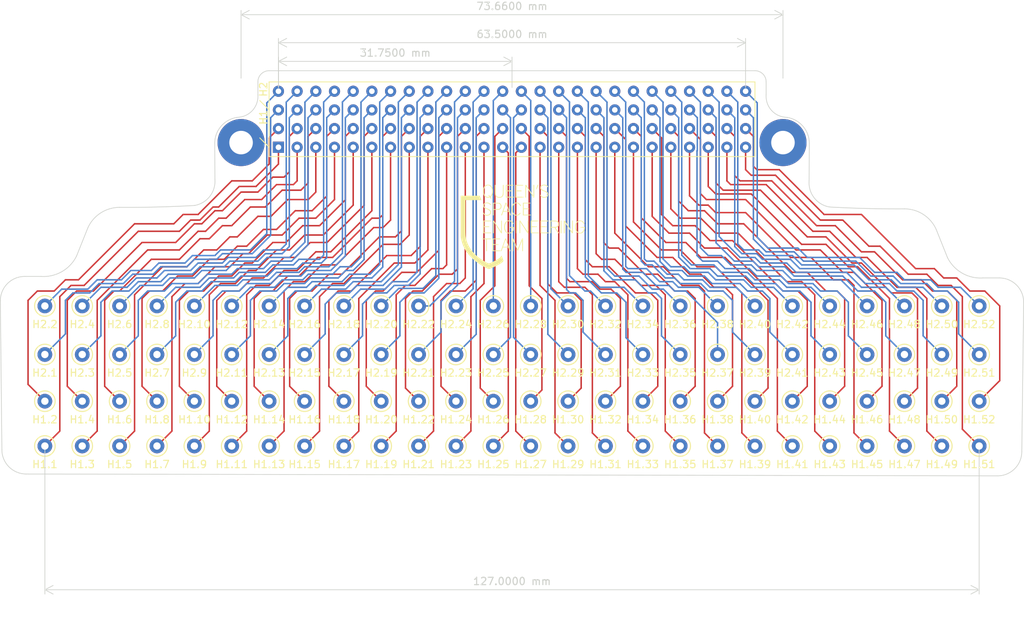
<source format=kicad_pcb>
(kicad_pcb (version 20211014) (generator pcbnew)
  (layers (0 "F.Cu" signal) (31 "B.Cu" signal) (34 "B.Paste" user) (35 "F.Paste" user) (36 "B.SilkS" user "B.Silkscreen") (37 "F.SilkS" user "F.Silkscreen") (38 "B.Mask" user) (39 "F.Mask" user) (44 "Edge.Cuts" user))
  (net 0 "")
  (net 1 "TRACE1")
  (net 2 "TRACE2")
  (net 3 "TRACE3")
  (net 4 "TRACE4")
  (net 5 "TRACE5")
  (net 6 "TRACE6")
  (net 7 "TRACE7")
  (net 8 "TRACE8")
  (net 9 "TRACE9")
  (net 10 "TRACE10")
  (net 11 "TRACE11")
  (net 12 "TRACE12")
  (net 13 "TRACE13")
  (net 14 "TRACE14")
  (net 15 "TRACE15")
  (net 16 "TRACE16")
  (net 17 "TRACE17")
  (net 18 "TRACE18")
  (net 19 "TRACE19")
  (net 20 "TRACE20")
  (net 21 "TRACE21")
  (net 22 "TRACE22")
  (net 23 "TRACE23")
  (net 24 "TRACE24")
  (net 25 "TRACE25")
  (net 26 "TRACE26")
  (net 27 "TRACE27")
  (net 28 "TRACE28")
  (net 29 "TRACE29")
  (net 30 "TRACE30")
  (net 31 "TRACE31")
  (net 32 "5VUSB_CHG")
  (net 33 "TRACE33")
  (net 34 "TRACE34")
  (net 35 "TRACE35")
  (net 36 "TRACE36")
  (net 37 "TRACE37")
  (net 38 "TRACE38")
  (net 39 "TRACE39")
  (net 40 "TRACE40")
  (net 41 "I2C_DATA")
  (net 42 "TRACE42")
  (net 43 "12C_CLK")
  (net 44 "TRACE44")
  (net 45 "TRACE45")
  (net 46 "TRACE46")
  (net 47 "TRACE47")
  (net 48 "TRACE48")
  (net 49 "TRACE49")
  (net 50 "TRACE50")
  (net 51 "TRACE51")
  (net 52 "TRACE52")
  (net 53 "TRACE53")
  (net 54 "TRACE54")
  (net 55 "TRACE55")
  (net 56 "TRACE56")
  (net 57 "TRACE57")
  (net 58 "TRACE58")
  (net 59 "TRACE59")
  (net 60 "SW1")
  (net 61 "GND1")
  (net 62 "SW2")
  (net 63 "SW3")
  (net 64 "SW4")
  (net 65 "SW5")
  (net 66 "GND2")
  (net 67 "SW6")
  (net 68 "SW7")
  (net 69 "GND3")
  (net 70 "SW8")
  (net 71 "SW9")
  (net 72 "SW10")
  (net 73 "GND4")
  (net 74 "GND5")
  (net 75 "12VBUS1")
  (net 76 "12VBUS2")
  (net 77 "5VBUS1")
  (net 78 "5VBUS2")
  (net 79 "3VBUS1")
  (net 80 "3VBUS2")
  (net 81 "GND6")
  (net 82 "GND7")
  (net 83 "TRACE83")
  (net 84 "GND8")
  (net 85 "TRACE85")
  (net 86 "TRACE86")
  (net 87 "PCM_IN1")
  (net 88 "PCM_IN2")
  (net 89 "TRACE89")
  (net 90 "TRACE90")
  (net 91 "TRACE91")
  (net 92 "TRACE92")
  (net 93 "BCR_OUT1")
  (net 94 "BCR_OUT2")
  (net 95 "BCR_OUT3")
  (net 96 "BCR_OUT4")
  (net 97 "BATVBUS1")
  (net 98 "BATVBUS2")
  (net 99 "GND9")
  (net 100 "GND10")
  (net 101 "TRACE101")
  (net 102 "TRACE102")
  (net 103 "TRACE103")
  (net 104 "TRACE104")
  (footprint "LOGO" (layer "F.Cu") (at 143.256 87.376)
    (fp_text reference "G***" hide)
    (fp_text value "LOGO" hide)
  )
  (footprint "TestPoint:TestPoint_Keystone_5000-5004_Miniature" (layer "F.Cu") (at 78.232 117.348 180)
    (fp_text reference "H1.1")
    (fp_text value "TestPoint")
  )
  (footprint "TestPoint:TestPoint_Keystone_5000-5004_Miniature" (layer "F.Cu") (at 144.272 111.252 180)
    (fp_text reference "H1.28")
    (fp_text value "TestPoint")
  )
  (footprint "TestPoint:TestPoint_Keystone_5000-5004_Miniature" (layer "F.Cu") (at 88.392 104.902 180)
    (fp_text reference "H2.5")
    (fp_text value "TestPoint")
  )
  (footprint "TestPoint:TestPoint_Keystone_5000-5004_Miniature" (layer "F.Cu") (at 88.392 117.348 180)
    (fp_text reference "H1.5")
    (fp_text value "TestPoint")
  )
  (footprint "TestPoint:TestPoint_Keystone_5000-5004_Miniature" (layer "F.Cu") (at 139.192 111.252 180)
    (fp_text reference "H1.26")
    (fp_text value "TestPoint")
  )
  (footprint "TestPoint:TestPoint_Keystone_5000-5004_Miniature" (layer "F.Cu") (at 93.472 98.298 180)
    (fp_text reference "H2.8")
    (fp_text value "TestPoint")
  )
  (footprint "TestPoint:TestPoint_Keystone_5000-5004_Miniature" (layer "F.Cu") (at 103.632 111.252 180)
    (fp_text reference "H1.12")
    (fp_text value "TestPoint")
  )
  (footprint "TestPoint:TestPoint_Keystone_5000-5004_Miniature" (layer "F.Cu") (at 118.872 104.902 180)
    (fp_text reference "H2.17")
    (fp_text value "TestPoint")
  )
  (footprint "MountingHole:MountingHole_3.2mm_M3_Pad_TopBottom" (layer "F.Cu") (at 104.902 76.073)
    (fp_text reference "H1")
    (fp_text value "MountingHole_Pad")
  )
  (footprint "TestPoint:TestPoint_Keystone_5000-5004_Miniature" (layer "F.Cu") (at 98.552 98.298 180)
    (fp_text reference "H2.10")
    (fp_text value "TestPoint")
  )
  (footprint "pc104:pc104-connector" (layer "F.Cu") (at 140.462 74.168 90)
    (fp_text reference "J1")
    (fp_text value "PC104_Connector")
  )
  (footprint "TestPoint:TestPoint_Keystone_5000-5004_Miniature" (layer "F.Cu") (at 205.232 111.252 180)
    (fp_text reference "H1.52")
    (fp_text value "TestPoint")
  )
  (footprint "TestPoint:TestPoint_Keystone_5000-5004_Miniature" (layer "F.Cu") (at 123.952 98.298 180)
    (fp_text reference "H2.20")
    (fp_text value "TestPoint")
  )
  (footprint "TestPoint:TestPoint_Keystone_5000-5004_Miniature" (layer "F.Cu") (at 179.832 117.348 180)
    (fp_text reference "H1.41")
    (fp_text value "TestPoint")
  )
  (footprint "TestPoint:TestPoint_Keystone_5000-5004_Miniature" (layer "F.Cu") (at 189.992 117.348 180)
    (fp_text reference "H1.45")
    (fp_text value "TestPoint")
  )
  (footprint "TestPoint:TestPoint_Keystone_5000-5004_Miniature" (layer "F.Cu") (at 144.272 98.298 180)
    (fp_text reference "H2.28")
    (fp_text value "TestPoint")
  )
  (footprint "TestPoint:TestPoint_Keystone_5000-5004_Miniature" (layer "F.Cu") (at 139.192 104.902 180)
    (fp_text reference "H2.25")
    (fp_text value "TestPoint")
  )
  (footprint "TestPoint:TestPoint_Keystone_5000-5004_Miniature" (layer "F.Cu") (at 88.392 98.298 180)
    (fp_text reference "H2.6")
    (fp_text value "TestPoint")
  )
  (footprint "TestPoint:TestPoint_Keystone_5000-5004_Miniature" (layer "F.Cu") (at 169.672 111.252 180)
    (fp_text reference "H1.38")
    (fp_text value "TestPoint")
  )
  (footprint "TestPoint:TestPoint_Keystone_5000-5004_Miniature" (layer "F.Cu") (at 174.752 117.348 180)
    (fp_text reference "H1.39")
    (fp_text value "TestPoint")
  )
  (footprint "TestPoint:TestPoint_Keystone_5000-5004_Miniature" (layer "F.Cu") (at 149.352 111.252 180)
    (fp_text reference "H1.30")
    (fp_text value "TestPoint")
  )
  (footprint "TestPoint:TestPoint_Keystone_5000-5004_Miniature" (layer "F.Cu") (at 149.352 98.298 180)
    (fp_text reference "H2.30")
    (fp_text value "TestPoint")
  )
  (footprint "TestPoint:TestPoint_Keystone_5000-5004_Miniature" (layer "F.Cu") (at 103.632 104.902 180)
    (fp_text reference "H2.11")
    (fp_text value "TestPoint")
  )
  (footprint "TestPoint:TestPoint_Keystone_5000-5004_Miniature" (layer "F.Cu") (at 134.112 98.298 180)
    (fp_text reference "H2.24")
    (fp_text value "TestPoint")
  )
  (footprint "TestPoint:TestPoint_Keystone_5000-5004_Miniature" (layer "F.Cu") (at 83.312 111.252 180)
    (fp_text reference "H1.4")
    (fp_text value "TestPoint")
  )
  (footprint "TestPoint:TestPoint_Keystone_5000-5004_Miniature" (layer "F.Cu") (at 205.232 104.902 180)
    (fp_text reference "H2.51")
    (fp_text value "TestPoint")
  )
  (footprint "TestPoint:TestPoint_Keystone_5000-5004_Miniature" (layer "F.Cu") (at 103.632 98.298 180)
    (fp_text reference "H2.12")
    (fp_text value "TestPoint")
  )
  (footprint "TestPoint:TestPoint_Keystone_5000-5004_Miniature" (layer "F.Cu") (at 149.352 104.902 180)
    (fp_text reference "H2.29")
    (fp_text value "TestPoint")
  )
  (footprint "TestPoint:TestPoint_Keystone_5000-5004_Miniature" (layer "F.Cu") (at 205.232 117.348 180)
    (fp_text reference "H1.51")
    (fp_text value "TestPoint")
  )
  (footprint "TestPoint:TestPoint_Keystone_5000-5004_Miniature" (layer "F.Cu") (at 179.832 98.298 180)
    (fp_text reference "H2.42")
    (fp_text value "TestPoint")
  )
  (footprint "TestPoint:TestPoint_Keystone_5000-5004_Miniature" (layer "F.Cu") (at 83.312 117.348 180)
    (fp_text reference "H1.3")
    (fp_text value "TestPoint")
  )
  (footprint "TestPoint:TestPoint_Keystone_5000-5004_Miniature" (layer "F.Cu") (at 195.072 111.252 180)
    (fp_text reference "H1.48")
    (fp_text value "TestPoint")
  )
  (footprint "TestPoint:TestPoint_Keystone_5000-5004_Miniature" (layer "F.Cu") (at 154.432 117.348 180)
    (fp_text reference "H1.31")
    (fp_text value "TestPoint")
  )
  (footprint "TestPoint:TestPoint_Keystone_5000-5004_Miniature" (layer "F.Cu") (at 200.152 117.348 180)
    (fp_text reference "H1.49")
    (fp_text value "TestPoint")
  )
  (footprint "TestPoint:TestPoint_Keystone_5000-5004_Miniature" (layer "F.Cu") (at 129.032 111.252 180)
    (fp_text reference "H1.22")
    (fp_text value "TestPoint")
  )
  (footprint "TestPoint:TestPoint_Keystone_5000-5004_Miniature" (layer "F.Cu") (at 174.752 104.902 180)
    (fp_text reference "H2.39")
    (fp_text value "TestPoint")
  )
  (footprint "TestPoint:TestPoint_Keystone_5000-5004_Miniature" (layer "F.Cu") (at 149.352 117.348 180)
    (fp_text reference "H1.29")
    (fp_text value "TestPoint")
  )
  (footprint "TestPoint:TestPoint_Keystone_5000-5004_Miniature" (layer "F.Cu") (at 144.272 104.902 180)
    (fp_text reference "H2.27")
    (fp_text value "TestPoint")
  )
  (footprint "TestPoint:TestPoint_Keystone_5000-5004_Miniature" (layer "F.Cu") (at 184.912 117.348 180)
    (fp_text reference "H1.43")
    (fp_text value "TestPoint")
  )
  (footprint "TestPoint:TestPoint_Keystone_5000-5004_Miniature" (layer "F.Cu") (at 184.912 104.902 180)
    (fp_text reference "H2.43")
    (fp_text value "TestPoint")
  )
  (footprint "TestPoint:TestPoint_Keystone_5000-5004_Miniature" (layer "F.Cu") (at 159.512 111.252 180)
    (fp_text reference "H1.34")
    (fp_text value "TestPoint")
  )
  (footprint "TestPoint:TestPoint_Keystone_5000-5004_Miniature" (layer "F.Cu") (at 103.632 117.348 180)
    (fp_text reference "H1.11")
    (fp_text value "TestPoint")
  )
  (footprint "TestPoint:TestPoint_Keystone_5000-5004_Miniature" (layer "F.Cu") (at 154.432 98.298 180)
    (fp_text reference "H2.32")
    (fp_text value "TestPoint")
  )
  (footprint "TestPoint:TestPoint_Keystone_5000-5004_Miniature" (layer "F.Cu") (at 134.112 111.252 180)
    (fp_text reference "H1.24")
    (fp_text value "TestPoint")
  )
  (footprint "TestPoint:TestPoint_Keystone_5000-5004_Miniature" (layer "F.Cu") (at 118.872 98.298 180)
    (fp_text reference "H2.18")
    (fp_text value "TestPoint")
  )
  (footprint "TestPoint:TestPoint_Keystone_5000-5004_Miniature" (layer "F.Cu") (at 159.512 117.348 180)
    (fp_text reference "H1.33")
    (fp_text value "TestPoint")
  )
  (footprint "TestPoint:TestPoint_Keystone_5000-5004_Miniature" (layer "F.Cu") (at 205.232 98.298 180)
    (fp_text reference "H2.52")
    (fp_text value "TestPoint")
  )
  (footprint "TestPoint:TestPoint_Keystone_5000-5004_Miniature" (layer "F.Cu") (at 164.592 111.252 180)
    (fp_text reference "H1.36")
    (fp_text value "TestPoint")
  )
  (footprint "TestPoint:TestPoint_Keystone_5000-5004_Miniature" (layer "F.Cu") (at 134.112 117.348 180)
    (fp_text reference "H1.23")
    (fp_text value "TestPoint")
  )
  (footprint "TestPoint:TestPoint_Keystone_5000-5004_Miniature" (layer "F.Cu") (at 179.832 104.902 180)
    (fp_text reference "H2.41")
    (fp_text value "TestPoint")
  )
  (footprint "TestPoint:TestPoint_Keystone_5000-5004_Miniature" (layer "F.Cu") (at 93.472 117.348 180)
    (fp_text reference "H1.7")
    (fp_text value "TestPoint")
  )
  (footprint "TestPoint:TestPoint_Keystone_5000-5004_Miniature" (layer "F.Cu") (at 98.552 104.902 180)
    (fp_text reference "H2.9")
    (fp_text value "TestPoint")
  )
  (footprint "TestPoint:TestPoint_Keystone_5000-5004_Miniature" (layer "F.Cu") (at 195.072 98.298 180)
    (fp_text reference "H2.48")
    (fp_text value "TestPoint")
  )
  (footprint "TestPoint:TestPoint_Keystone_5000-5004_Miniature" (layer "F.Cu") (at 159.512 104.902 180)
    (fp_text reference "H2.33")
    (fp_text value "TestPoint")
  )
  (footprint "TestPoint:TestPoint_Keystone_5000-5004_Miniature" (layer "F.Cu") (at 93.472 111.252 180)
    (fp_text reference "H1.8")
    (fp_text value "TestPoint")
  )
  (footprint "TestPoint:TestPoint_Keystone_5000-5004_Miniature" (layer "F.Cu") (at 78.232 111.252 180)
    (fp_text reference "H1.2")
    (fp_text value "TestPoint")
  )
  (footprint "TestPoint:TestPoint_Keystone_5000-5004_Miniature" (layer "F.Cu") (at 134.112 104.902 180)
    (fp_text reference "H2.23")
    (fp_text value "TestPoint")
  )
  (footprint "TestPoint:TestPoint_Keystone_5000-5004_Miniature" (layer "F.Cu") (at 169.672 98.298 180)
    (fp_text reference "H2.38")
    (fp_text value "TestPoint")
  )
  (footprint "TestPoint:TestPoint_Keystone_5000-5004_Miniature" (layer "F.Cu") (at 144.272 117.348 180)
    (fp_text reference "H1.27")
    (fp_text value "TestPoint")
  )
  (footprint "TestPoint:TestPoint_Keystone_5000-5004_Miniature" (layer "F.Cu") (at 164.592 117.348 180)
    (fp_text reference "H1.35")
    (fp_text value "TestPoint")
  )
  (footprint "TestPoint:TestPoint_Keystone_5000-5004_Miniature" (layer "F.Cu") (at 179.832 111.252 180)
    (fp_text reference "H1.42")
    (fp_text value "TestPoint")
  )
  (footprint "TestPoint:TestPoint_Keystone_5000-5004_Miniature" (layer "F.Cu") (at 93.472 104.902 180)
    (fp_text reference "H2.7")
    (fp_text value "TestPoint")
  )
  (footprint "TestPoint:TestPoint_Keystone_5000-5004_Miniature" (layer "F.Cu") (at 78.232 98.298 180)
    (fp_text reference "H2.2")
    (fp_text value "TestPoint")
  )
  (footprint "TestPoint:TestPoint_Keystone_5000-5004_Miniature" (layer "F.Cu") (at 139.192 117.348 180)
    (fp_text reference "H1.25")
    (fp_text value "TestPoint")
  )
  (footprint "TestPoint:TestPoint_Keystone_5000-5004_Miniature" (layer "F.Cu") (at 159.512 98.298 180)
    (fp_text reference "H2.34")
    (fp_text value "TestPoint")
  )
  (footprint "TestPoint:TestPoint_Keystone_5000-5004_Miniature" (layer "F.Cu") (at 195.072 117.348 180)
    (fp_text reference "H1.47")
    (fp_text value "TestPoint")
  )
  (footprint "TestPoint:TestPoint_Keystone_5000-5004_Miniature" (layer "F.Cu") (at 189.992 111.252 180)
    (fp_text reference "H1.46")
    (fp_text value "TestPoint")
  )
  (footprint "TestPoint:TestPoint_Keystone_5000-5004_Miniature" (layer "F.Cu") (at 184.912 98.298 180)
    (fp_text reference "H2.44")
    (fp_text value "TestPoint")
  )
  (footprint "TestPoint:TestPoint_Keystone_5000-5004_Miniature" (layer "F.Cu") (at 164.592 98.298 180)
    (fp_text reference "H2.36")
    (fp_text value "TestPoint")
  )
  (footprint "TestPoint:TestPoint_Keystone_5000-5004_Miniature" (layer "F.Cu") (at 129.032 117.348 180)
    (fp_text reference "H1.21")
    (fp_text value "TestPoint")
  )
  (footprint "TestPoint:TestPoint_Keystone_5000-5004_Miniature" (layer "F.Cu") (at 83.312 104.902 180)
    (fp_text reference "H2.3")
    (fp_text value "TestPoint")
  )
  (footprint "TestPoint:TestPoint_Keystone_5000-5004_Miniature" (layer "F.Cu") (at 78.232 104.902 180)
    (fp_text reference "H2.1")
    (fp_text value "TestPoint")
  )
  (footprint "TestPoint:TestPoint_Keystone_5000-5004_Miniature" (layer "F.Cu") (at 139.192 98.298 180)
    (fp_text reference "H2.26")
    (fp_text value "TestPoint")
  )
  (footprint "TestPoint:TestPoint_Keystone_5000-5004_Miniature" (layer "F.Cu") (at 88.392 111.252 180)
    (fp_text reference "H1.6")
    (fp_text value "TestPoint")
  )
  (footprint "TestPoint:TestPoint_Keystone_5000-5004_Miniature" (layer "F.Cu") (at 169.672 104.902 180)
    (fp_text reference "H2.37")
    (fp_text value "TestPoint")
  )
  (footprint "TestPoint:TestPoint_Keystone_5000-5004_Miniature" (layer "F.Cu") (at 113.538 117.348 180)
    (fp_text reference "H1.15")
    (fp_text value "TestPoint")
  )
  (footprint "TestPoint:TestPoint_Keystone_5000-5004_Miniature" (layer "F.Cu") (at 118.872 111.252 180)
    (fp_text reference "H1.18")
    (fp_text value "TestPoint")
  )
  (footprint "TestPoint:TestPoint_Keystone_5000-5004_Miniature" (layer "F.Cu") (at 113.538 104.902 180)
    (fp_text reference "H2.15")
    (fp_text value "TestPoint")
  )
  (footprint "TestPoint:TestPoint_Keystone_5000-5004_Miniature" (layer "F.Cu") (at 98.552 117.348 180)
    (fp_text reference "H1.9")
    (fp_text value "TestPoint")
  )
  (footprint "TestPoint:TestPoint_Keystone_5000-5004_Miniature" (layer "F.Cu") (at 123.952 104.902 180)
    (fp_text reference "H2.19")
    (fp_text value "TestPoint")
  )
  (footprint "TestPoint:TestPoint_Keystone_5000-5004_Miniature" (layer "F.Cu") (at 200.152 111.252 180)
    (fp_text reference "H1.50")
    (fp_text value "TestPoint")
  )
  (footprint "TestPoint:TestPoint_Keystone_5000-5004_Miniature" (layer "F.Cu") (at 184.912 111.252 180)
    (fp_text reference "H1.44")
    (fp_text value "TestPoint")
  )
  (footprint "TestPoint:TestPoint_Keystone_5000-5004_Miniature" (layer "F.Cu") (at 108.712 98.298 180)
    (fp_text reference "H2.14")
    (fp_text value "TestPoint")
  )
  (footprint "TestPoint:TestPoint_Keystone_5000-5004_Miniature" (layer "F.Cu") (at 83.312 98.298 180)
    (fp_text reference "H2.4")
    (fp_text value "TestPoint")
  )
  (footprint "TestPoint:TestPoint_Keystone_5000-5004_Miniature" (layer "F.Cu") (at 108.712 117.348 180)
    (fp_text reference "H1.13")
    (fp_text value "TestPoint")
  )
  (footprint "TestPoint:TestPoint_Keystone_5000-5004_Miniature" (layer "F.Cu") (at 113.538 98.298 180)
    (fp_text reference "H2.16")
    (fp_text value "TestPoint")
  )
  (footprint "TestPoint:TestPoint_Keystone_5000-5004_Miniature" (layer "F.Cu") (at 174.752 111.252 180)
    (fp_text reference "H1.40")
    (fp_text value "TestPoint")
  )
  (footprint "MountingHole:MountingHole_3.2mm_M3_Pad_TopBottom" (layer "F.Cu") (at 178.562 76.073)
    (fp_text reference "H2")
    (fp_text value "MountingHole_Pad")
  )
  (footprint "TestPoint:TestPoint_Keystone_5000-5004_Miniature" (layer "F.Cu") (at 129.032 98.298 180)
    (fp_text reference "H2.22")
    (fp_text value "TestPoint")
  )
  (footprint "TestPoint:TestPoint_Keystone_5000-5004_Miniature" (layer "F.Cu") (at 113.538 111.252 180)
    (fp_text reference "H1.16")
    (fp_text value "TestPoint")
  )
  (footprint "TestPoint:TestPoint_Keystone_5000-5004_Miniature" (layer "F.Cu") (at 123.952 117.348 180)
    (fp_text reference "H1.19")
    (fp_text value "TestPoint")
  )
  (footprint "TestPoint:TestPoint_Keystone_5000-5004_Miniature" (layer "F.Cu") (at 108.712 104.902 180)
    (fp_text reference "H2.13")
    (fp_text value "TestPoint")
  )
  (footprint "TestPoint:TestPoint_Keystone_5000-5004_Miniature" (layer "F.Cu") (at 189.992 98.298 180)
    (fp_text reference "H2.46")
    (fp_text value "TestPoint")
  )
  (footprint "TestPoint:TestPoint_Keystone_5000-5004_Miniature" (layer "F.Cu") (at 189.992 104.902 180)
    (fp_text reference "H2.45")
    (fp_text value "TestPoint")
  )
  (footprint "TestPoint:TestPoint_Keystone_5000-5004_Miniature" (layer "F.Cu") (at 200.152 104.902 180)
    (fp_text reference "H2.49")
    (fp_text value "TestPoint")
  )
  (footprint "TestPoint:TestPoint_Keystone_5000-5004_Miniature" (layer "F.Cu") (at 108.712 111.252 180)
    (fp_text reference "H1.14")
    (fp_text value "TestPoint")
  )
  (footprint "TestPoint:TestPoint_Keystone_5000-5004_Miniature" (layer "F.Cu") (at 174.752 98.298 180)
    (fp_text reference "H2.40")
    (fp_text value "TestPoint")
  )
  (footprint "TestPoint:TestPoint_Keystone_5000-5004_Miniature" (layer "F.Cu") (at 154.432 111.252 180)
    (fp_text reference "H1.32")
    (fp_text value "TestPoint")
  )
  (footprint "TestPoint:TestPoint_Keystone_5000-5004_Miniature" (layer "F.Cu") (at 200.152 98.298 180)
    (fp_text reference "H2.50")
    (fp_text value "TestPoint")
  )
  (footprint "TestPoint:TestPoint_Keystone_5000-5004_Miniature" (layer "F.Cu") (at 169.672 117.348 180)
    (fp_text reference "H1.37")
    (fp_text value "TestPoint")
  )
  (footprint "TestPoint:TestPoint_Keystone_5000-5004_Miniature" (layer "F.Cu") (at 98.552 111.252 180)
    (fp_text reference "H1.10")
    (fp_text value "TestPoint")
  )
  (footprint "TestPoint:TestPoint_Keystone_5000-5004_Miniature" (layer "F.Cu") (at 118.872 117.348 180)
    (fp_text reference "H1.17")
    (fp_text value "TestPoint")
  )
  (footprint "TestPoint:TestPoint_Keystone_5000-5004_Miniature" (layer "F.Cu") (at 129.032 104.902 180)
    (fp_text reference "H2.21")
    (fp_text value "TestPoint")
  )
  (footprint "TestPoint:TestPoint_Keystone_5000-5004_Miniature" (layer "F.Cu") (at 164.592 104.902 180)
    (fp_text reference "H2.35")
    (fp_text value "TestPoint")
  )
  (footprint "TestPoint:TestPoint_Keystone_5000-5004_Miniature" (layer "F.Cu") (at 154.432 104.902 180)
    (fp_text reference "H2.31")
    (fp_text value "TestPoint")
  )
  (footprint "TestPoint:TestPoint_Keystone_5000-5004_Miniature" (layer "F.Cu") (at 195.072 104.902 180)
    (fp_text reference "H2.47")
    (fp_text value "TestPoint")
  )
  (footprint "TestPoint:TestPoint_Keystone_5000-5004_Miniature" (layer "F.Cu") (at 123.952 111.252 180)
    (fp_text reference "H1.20")
    (fp_text value "TestPoint")
  )
  (gr_arc (start 195.072 85.09) (mid 197.643551 85.849421) (end 199.39 87.884) (layer "Edge.Cuts") (width 0.1))
  (gr_arc (start 75.692 121.158) (mid 73.357133 120.190867) (end 72.39 117.856) (layer "Edge.Cuts") (width 0.1))
  (gr_arc (start 211.025133 118.11) (mid 210.058 120.444867) (end 207.723133 121.412) (layer "Edge.Cuts") (width 0.1))
  (gr_arc (start 174.752 66.294) (mid 175.829631 66.740369) (end 176.276 67.818) (layer "Edge.Cuts") (width 0.1))
  (gr_line (start 82.548055 91.489212) (end 84.072055 87.679212) (layer "Edge.Cuts") (width 0.1))
  (gr_arc (start 207.977133 94.488) (mid 210.312001 95.455132) (end 211.279133 97.79) (layer "Edge.Cuts") (width 0.1))
  (gr_line (start 107.188 69.596) (end 107.188 67.818) (layer "Edge.Cuts") (width 0.1))
  (gr_line (start 211.279133 97.79) (end 211.025133 118.11) (layer "Edge.Cuts") (width 0.1))
  (gr_arc (start 107.188 69.596) (mid 106.525065 71.617397) (end 104.648 72.618472) (layer "Edge.Cuts") (width 0.1))
  (gr_line (start 101.344055 81.075212) (end 101.320472 76.174472) (layer "Edge.Cuts") (width 0.1))
  (gr_arc (start 178.816 72.618472) (mid 176.938934 71.617397) (end 176.276 69.596) (layer "Edge.Cuts") (width 0.1))
  (gr_arc (start 98.550055 84.631212) (mid 93.472 84.836) (end 88.390055 84.885212) (layer "Edge.Cuts") (width 0.1))
  (gr_arc (start 205.74 94.488) (mid 202.902624 93.824014) (end 200.914 91.694) (layer "Edge.Cuts") (width 0.1))
  (gr_line (start 72.39 117.856) (end 72.182922 97.585212) (layer "Edge.Cuts") (width 0.1))
  (gr_arc (start 178.816 72.618472) (mid 181.181911 73.739437) (end 182.143528 76.174472) (layer "Edge.Cuts") (width 0.1))
  (gr_arc (start 101.344055 81.075212) (mid 100.643484 83.400406) (end 98.550055 84.631212) (layer "Edge.Cuts") (width 0.1))
  (gr_arc (start 84.072055 87.679212) (mid 85.818505 85.644632) (end 88.390055 84.885212) (layer "Edge.Cuts") (width 0.1))
  (gr_line (start 199.39 87.884) (end 200.914 91.694) (layer "Edge.Cuts") (width 0.1))
  (gr_line (start 182.143528 76.174472) (end 182.118 81.28) (layer "Edge.Cuts") (width 0.1))
  (gr_line (start 207.977133 94.488) (end 205.74 94.488) (layer "Edge.Cuts") (width 0.1))
  (gr_line (start 176.276 69.596) (end 176.276 67.818) (layer "Edge.Cuts") (width 0.1))
  (gr_arc (start 82.548055 91.489212) (mid 80.559425 93.619215) (end 77.722055 94.283212) (layer "Edge.Cuts") (width 0.1))
  (gr_arc (start 184.912 84.836) (mid 182.818578 83.605189) (end 182.118 81.28) (layer "Edge.Cuts") (width 0.1))
  (gr_arc (start 195.072 85.09) (mid 189.990055 85.040788) (end 184.912 84.836) (layer "Edge.Cuts") (width 0.1))
  (gr_line (start 174.752 66.294) (end 108.712 66.294) (layer "Edge.Cuts") (width 0.1))
  (gr_arc (start 101.320472 76.174472) (mid 102.282088 73.739436) (end 104.648 72.618472) (layer "Edge.Cuts") (width 0.1))
  (gr_arc (start 107.188 67.818) (mid 107.634369 66.740369) (end 108.712 66.294) (layer "Edge.Cuts") (width 0.1))
  (gr_line (start 207.723133 121.412) (end 75.692 121.158) (layer "Edge.Cuts") (width 0.1))
  (gr_line (start 77.722055 94.283212) (end 75.484922 94.283212) (layer "Edge.Cuts") (width 0.1))
  (gr_arc (start 72.182922 97.585212) (mid 73.150055 95.250345) (end 75.484922 94.283212) (layer "Edge.Cuts") (width 0.1))
  (dimension (type aligned) (layer "Edge.Cuts") (pts (xy 109.982 69.088) (xy 173.482 69.088)) (height -6.604) (gr_text "63.5000 mm" (at 141.732 61.334) (layer "Edge.Cuts") (effects (font (size 1 1) (thickness 0.15)))) (format (units 3) (units_format 1) (precision 4)) (style (thickness 0.1) (arrow_length 1.27) (text_position_mode 0) (extension_height 0.58642) (extension_offset 0.5) keep_text_aligned))
  (dimension (type aligned) (layer "Edge.Cuts") (pts (xy 109.982 69.088) (xy 141.732 69.088)) (height -4.064) (gr_text "31.7500 mm" (at 125.857 63.874) (layer "Edge.Cuts") (effects (font (size 1 1) (thickness 0.15)))) (format (units 3) (units_format 1) (precision 4)) (style (thickness 0.1) (arrow_length 1.27) (text_position_mode 0) (extension_height 0.58642) (extension_offset 0.5) keep_text_aligned))
  (dimension (type aligned) (layer "Edge.Cuts") (pts (xy 178.562 67.818) (xy 104.902 67.818)) (height 9.144) (gr_text "73.6600 mm" (at 141.732 57.524) (layer "Edge.Cuts") (effects (font (size 1 1) (thickness 0.15)))) (format (units 3) (units_format 1) (precision 4)) (style (thickness 0.1) (arrow_length 1.27) (text_position_mode 0) (extension_height 0.58642) (extension_offset 0.5) keep_text_aligned))
  (dimension (type aligned) (layer "Edge.Cuts") (pts (xy 78.232 117.094001) (xy 205.232 117.094001)) (height 19.811999) (gr_text "127.0000 mm" (at 141.732 135.756) (layer "Edge.Cuts") (effects (font (size 1 1) (thickness 0.15)))) (format (units 3) (units_format 1) (precision 4)) (style (thickness 0.1) (arrow_length 1.27) (text_position_mode 0) (extension_height 0.58642) (extension_offset 0.5) keep_text_aligned))
  (segment (start 90.932 88.138) (end 83.566 95.504) (width 0.2) (layer "F.Cu") (net 1))
  (segment (start 83.566 95.504) (end 81.788 95.504) (width 0.2) (layer "F.Cu") (net 1))
  (segment (start 80.264 115.316) (end 78.232 117.348) (width 0.2) (layer "F.Cu") (net 1))
  (segment (start 98.044 86.614) (end 96.52 88.138) (width 0.2) (layer "F.Cu") (net 1))
  (segment (start 96.52 88.138) (end 90.932 88.138) (width 0.2) (layer "F.Cu") (net 1))
  (segment (start 106.934 82.042) (end 104.648 82.042) (width 0.2) (layer "F.Cu") (net 1))
  (segment (start 104.648 82.042) (end 101.854 84.836) (width 0.2) (layer "F.Cu") (net 1))
  (segment (start 101.854 84.836) (end 101.092 84.836) (width 0.2) (layer "F.Cu") (net 1))
  (segment (start 101.092 84.836) (end 99.314 86.614) (width 0.2) (layer "F.Cu") (net 1))
  (segment (start 81.788 95.504) (end 80.264 97.028) (width 0.2) (layer "F.Cu") (net 1))
  (segment (start 80.264 97.028) (end 80.264 115.316) (width 0.2) (layer "F.Cu") (net 1))
  (segment (start 109.982 76.708) (end 109.982 78.994) (width 0.2) (layer "F.Cu") (net 1))
  (segment (start 99.314 86.614) (end 98.044 86.614) (width 0.2) (layer "F.Cu") (net 1))
  (segment (start 109.982 78.994) (end 106.934 82.042) (width 0.2) (layer "F.Cu") (net 1))
  (segment (start 75.946 108.966) (end 78.232 111.252) (width 0.2) (layer "F.Cu") (net 2))
  (segment (start 99.06 85.852) (end 97.028 85.852) (width 0.2) (layer "F.Cu") (net 2))
  (segment (start 108.712 75.438) (end 108.712 78.994) (width 0.2) (layer "F.Cu") (net 2))
  (segment (start 97.028 85.852) (end 95.758 87.122) (width 0.2) (layer "F.Cu") (net 2))
  (segment (start 81.026 94.742) (end 79.502 96.266) (width 0.2) (layer "F.Cu") (net 2))
  (segment (start 77.216 96.266) (end 75.946 97.536) (width 0.2) (layer "F.Cu") (net 2))
  (segment (start 79.502 96.266) (end 77.216 96.266) (width 0.2) (layer "F.Cu") (net 2))
  (segment (start 82.804 94.742) (end 81.026 94.742) (width 0.2) (layer "F.Cu") (net 2))
  (segment (start 90.424 87.122) (end 82.804 94.742) (width 0.2) (layer "F.Cu") (net 2))
  (segment (start 108.712 78.994) (end 106.426 81.28) (width 0.2) (layer "F.Cu") (net 2))
  (segment (start 106.426 81.28) (end 103.632 81.28) (width 0.2) (layer "F.Cu") (net 2))
  (segment (start 103.632 81.28) (end 99.06 85.852) (width 0.2) (layer "F.Cu") (net 2))
  (segment (start 95.758 87.122) (end 90.424 87.122) (width 0.2) (layer "F.Cu") (net 2))
  (segment (start 109.982 74.168) (end 108.712 75.438) (width 0.2) (layer "F.Cu") (net 2))
  (segment (start 75.946 97.536) (end 75.946 108.966) (width 0.2) (layer "F.Cu") (net 2))
  (segment (start 112.522 81.28) (end 112.014 81.788) (width 0.2) (layer "F.Cu") (net 3))
  (segment (start 112.014 81.788) (end 109.728 81.788) (width 0.2) (layer "F.Cu") (net 3))
  (segment (start 100.076 88.138) (end 99.06 88.138) (width 0.2) (layer "F.Cu") (net 3))
  (segment (start 109.728 81.788) (end 107.696 83.82) (width 0.2) (layer "F.Cu") (net 3))
  (segment (start 112.522 76.708) (end 112.522 81.28) (width 0.2) (layer "F.Cu") (net 3))
  (segment (start 107.696 83.82) (end 105.41 83.82) (width 0.2) (layer "F.Cu") (net 3))
  (segment (start 85.344 97.536) (end 85.344 115.316) (width 0.2) (layer "F.Cu") (net 3))
  (segment (start 96.52 90.678) (end 92.202 90.678) (width 0.2) (layer "F.Cu") (net 3))
  (segment (start 99.06 88.138) (end 96.52 90.678) (width 0.2) (layer "F.Cu") (net 3))
  (segment (start 92.202 90.678) (end 85.344 97.536) (width 0.2) (layer "F.Cu") (net 3))
  (segment (start 85.344 115.316) (end 83.312 117.348) (width 0.2) (layer "F.Cu") (net 3))
  (segment (start 102.87 86.36) (end 101.854 86.36) (width 0.2) (layer "F.Cu") (net 3))
  (segment (start 105.41 83.82) (end 102.87 86.36) (width 0.2) (layer "F.Cu") (net 3))
  (segment (start 101.854 86.36) (end 100.076 88.138) (width 0.2) (layer "F.Cu") (net 3))
  (segment (start 104.902 82.804) (end 102.362 85.344) (width 0.2) (layer "F.Cu") (net 4))
  (segment (start 110.744 80.772) (end 109.22 80.772) (width 0.2) (layer "F.Cu") (net 4))
  (segment (start 98.552 87.122) (end 96.012 89.662) (width 0.2) (layer "F.Cu") (net 4))
  (segment (start 81.28 109.22) (end 83.312 111.252) (width 0.2) (layer "F.Cu") (net 4))
  (segment (start 96.012 89.662) (end 91.44 89.662) (width 0.2) (layer "F.Cu") (net 4))
  (segment (start 111.46 80.056) (end 110.744 80.772) (width 0.2) (layer "F.Cu") (net 4))
  (segment (start 107.188 82.804) (end 104.902 82.804) (width 0.2) (layer "F.Cu") (net 4))
  (segment (start 102.362 85.344) (end 101.346 85.344) (width 0.2) (layer "F.Cu") (net 4))
  (segment (start 82.55 96.266) (end 81.28 97.536) (width 0.2) (layer "F.Cu") (net 4))
  (segment (start 84.836 96.266) (end 82.55 96.266) (width 0.2) (layer "F.Cu") (net 4))
  (segment (start 111.46 75.23) (end 111.46 80.056) (width 0.2) (layer "F.Cu") (net 4))
  (segment (start 81.28 97.536) (end 81.28 109.22) (width 0.2) (layer "F.Cu") (net 4))
  (segment (start 112.522 74.168) (end 111.46 75.23) (width 0.2) (layer "F.Cu") (net 4))
  (segment (start 109.22 80.772) (end 107.188 82.804) (width 0.2) (layer "F.Cu") (net 4))
  (segment (start 101.346 85.344) (end 99.568 87.122) (width 0.2) (layer "F.Cu") (net 4))
  (segment (start 99.568 87.122) (end 98.552 87.122) (width 0.2) (layer "F.Cu") (net 4))
  (segment (start 91.44 89.662) (end 84.836 96.266) (width 0.2) (layer "F.Cu") (net 4))
  (segment (start 104.394 88.9) (end 103.378 88.9) (width 0.2) (layer "F.Cu") (net 5))
  (segment (start 94.234 92.964) (end 90.424 96.774) (width 0.2) (layer "F.Cu") (net 5))
  (segment (start 103.378 88.9) (end 101.6 90.678) (width 0.2) (layer "F.Cu") (net 5))
  (segment (start 101.6 90.678) (end 99.822 90.678) (width 0.2) (layer "F.Cu") (net 5))
  (segment (start 90.424 115.316) (end 88.392 117.348) (width 0.2) (layer "F.Cu") (net 5))
  (segment (start 97.536 92.964) (end 94.234 92.964) (width 0.2) (layer "F.Cu") (net 5))
  (segment (start 115.062 76.708) (end 115.062 82.804) (width 0.2) (layer "F.Cu") (net 5))
  (segment (start 90.424 96.774) (end 90.424 115.316) (width 0.2) (layer "F.Cu") (net 5))
  (segment (start 115.062 82.804) (end 114.046 83.82) (width 0.2) (layer "F.Cu") (net 5))
  (segment (start 108.966 86.106) (end 107.188 86.106) (width 0.2) (layer "F.Cu") (net 5))
  (segment (start 111.252 83.82) (end 108.966 86.106) (width 0.2) (layer "F.Cu") (net 5))
  (segment (start 114.046 83.82) (end 111.252 83.82) (width 0.2) (layer "F.Cu") (net 5))
  (segment (start 99.822 90.678) (end 97.536 92.964) (width 0.2) (layer "F.Cu") (net 5))
  (segment (start 107.188 86.106) (end 104.394 88.9) (width 0.2) (layer "F.Cu") (net 5))
  (segment (start 92.71 91.948) (end 88.392 96.266) (width 0.2) (layer "F.Cu") (net 6))
  (segment (start 100.584 89.154) (end 99.314 89.154) (width 0.2) (layer "F.Cu") (net 6))
  (segment (start 114 81.58) (end 113.03 82.55) (width 0.2) (layer "F.Cu") (net 6))
  (segment (start 88.392 96.266) (end 87.63 96.266) (width 0.2) (layer "F.Cu") (net 6))
  (segment (start 87.63 96.266) (end 86.36 97.536) (width 0.2) (layer "F.Cu") (net 6))
  (segment (start 108.204 84.836) (end 106.172 84.836) (width 0.2) (layer "F.Cu") (net 6))
  (segment (start 113.03 82.55) (end 110.49 82.55) (width 0.2) (layer "F.Cu") (net 6))
  (segment (start 86.36 109.22) (end 88.392 111.252) (width 0.2) (layer "F.Cu") (net 6))
  (segment (start 106.172 84.836) (end 103.632 87.376) (width 0.2) (layer "F.Cu") (net 6))
  (segment (start 86.36 97.536) (end 86.36 109.22) (width 0.2) (layer "F.Cu") (net 6))
  (segment (start 110.49 82.55) (end 108.204 84.836) (width 0.2) (layer "F.Cu") (net 6))
  (segment (start 99.314 89.154) (end 96.52 91.948) (width 0.2) (layer "F.Cu") (net 6))
  (segment (start 96.52 91.948) (end 92.71 91.948) (width 0.2) (layer "F.Cu") (net 6))
  (segment (start 114 75.23) (end 114 81.58) (width 0.2) (layer "F.Cu") (net 6))
  (segment (start 115.062 74.168) (end 114 75.23) (width 0.2) (layer "F.Cu") (net 6))
  (segment (start 103.632 87.376) (end 102.362 87.376) (width 0.2) (layer "F.Cu") (net 6))
  (segment (start 102.362 87.376) (end 100.584 89.154) (width 0.2) (layer "F.Cu") (net 6))
  (segment (start 97.282 95.25) (end 95.504 97.028) (width 0.2) (layer "F.Cu") (net 7))
  (segment (start 105.918 91.186) (end 105.156 91.186) (width 0.2) (layer "F.Cu") (net 7))
  (segment (start 105.156 91.186) (end 103.378 92.964) (width 0.2) (layer "F.Cu") (net 7))
  (segment (start 108.458 88.646) (end 105.918 91.186) (width 0.2) (layer "F.Cu") (net 7))
  (segment (start 110.49 88.646) (end 108.458 88.646) (width 0.2) (layer "F.Cu") (net 7))
  (segment (start 99.06 95.25) (end 97.282 95.25) (width 0.2) (layer "F.Cu") (net 7))
  (segment (start 117.602 76.708) (end 117.602 83.82) (width 0.2) (layer "F.Cu") (net 7))
  (segment (start 115.062 86.36) (end 112.776 86.36) (width 0.2) (layer "F.Cu") (net 7))
  (segment (start 112.776 86.36) (end 110.49 88.646) (width 0.2) (layer "F.Cu") (net 7))
  (segment (start 95.504 97.028) (end 95.504 115.316) (width 0.2) (layer "F.Cu") (net 7))
  (segment (start 117.602 83.82) (end 115.062 86.36) (width 0.2) (layer "F.Cu") (net 7))
  (segment (start 103.378 92.964) (end 101.346 92.964) (width 0.2) (layer "F.Cu") (net 7))
  (segment (start 95.504 115.316) (end 93.472 117.348) (width 0.2) (layer "F.Cu") (net 7))
  (segment (start 101.346 92.964) (end 99.06 95.25) (width 0.2) (layer "F.Cu") (net 7))
  (segment (start 109.728 87.884) (end 107.95 87.884) (width 0.2) (layer "F.Cu") (net 8))
  (segment (start 104.394 90.17) (end 102.616 91.948) (width 0.2) (layer "F.Cu") (net 8))
  (segment (start 94.234 96.266) (end 92.456 96.266) (width 0.2) (layer "F.Cu") (net 8))
  (segment (start 112.268 85.344) (end 109.728 87.884) (width 0.2) (layer "F.Cu") (net 8))
  (segment (start 91.44 97.282) (end 91.44 109.22) (width 0.2) (layer "F.Cu") (net 8))
  (segment (start 117.602 74.168) (end 116.54 75.23) (width 0.2) (layer "F.Cu") (net 8))
  (segment (start 92.456 96.266) (end 91.44 97.282) (width 0.2) (layer "F.Cu") (net 8))
  (segment (start 91.44 109.22) (end 93.472 111.252) (width 0.2) (layer "F.Cu") (net 8))
  (segment (start 100.584 91.948) (end 98.298 94.234) (width 0.2) (layer "F.Cu") (net 8))
  (segment (start 105.664 90.17) (end 104.394 90.17) (width 0.2) (layer "F.Cu") (net 8))
  (segment (start 116.54 75.23) (end 116.54 83.358) (width 0.2) (layer "F.Cu") (net 8))
  (segment (start 98.298 94.234) (end 96.266 94.234) (width 0.2) (layer "F.Cu") (net 8))
  (segment (start 114.554 85.344) (end 112.268 85.344) (width 0.2) (layer "F.Cu") (net 8))
  (segment (start 107.95 87.884) (end 105.664 90.17) (width 0.2) (layer "F.Cu") (net 8))
  (segment (start 116.54 83.358) (end 114.554 85.344) (width 0.2) (layer "F.Cu") (net 8))
  (segment (start 102.616 91.948) (end 100.584 91.948) (width 0.2) (layer "F.Cu") (net 8))
  (segment (start 96.266 94.234) (end 94.234 96.266) (width 0.2) (layer "F.Cu") (net 8))
  (segment (start 113.538 88.646) (end 111.506 90.678) (width 0.2) (layer "F.Cu") (net 9))
  (segment (start 109.728 90.678) (end 106.934 93.472) (width 0.2) (layer "F.Cu") (net 9))
  (segment (start 106.934 93.472) (end 105.918 93.472) (width 0.2) (layer "F.Cu") (net 9))
  (segment (start 104.14 95.25) (end 102.108 95.25) (width 0.2) (layer "F.Cu") (net 9))
  (segment (start 102.108 95.25) (end 100.584 96.774) (width 0.2) (layer "F.Cu") (net 9))
  (segment (start 100.584 115.316) (end 98.552 117.348) (width 0.2) (layer "F.Cu") (net 9))
  (segment (start 116.078 88.646) (end 113.538 88.646) (width 0.2) (layer "F.Cu") (net 9))
  (segment (start 105.918 93.472) (end 104.14 95.25) (width 0.2) (layer "F.Cu") (net 9))
  (segment (start 120.142 76.708) (end 120.142 84.582) (width 0.2) (layer "F.Cu") (net 9))
  (segment (start 111.506 90.678) (end 109.728 90.678) (width 0.2) (layer "F.Cu") (net 9))
  (segment (start 100.584 96.774) (end 100.584 115.316) (width 0.2) (layer "F.Cu") (net 9))
  (segment (start 120.142 84.582) (end 116.078 88.646) (width 0.2) (layer "F.Cu") (net 9))
  (segment (start 96.52 109.22) (end 98.552 111.252) (width 0.2) (layer "F.Cu") (net 10))
  (segment (start 103.632 94.234) (end 101.854 94.234) (width 0.2) (layer "F.Cu") (net 10))
  (segment (start 113.284 87.376) (end 110.998 89.662) (width 0.2) (layer "F.Cu") (net 10))
  (segment (start 105.41 92.456) (end 103.632 94.234) (width 0.2) (layer "F.Cu") (net 10))
  (segment (start 120.142 74.168) (end 119.08 75.23) (width 0.2) (layer "F.Cu") (net 10))
  (segment (start 109.22 89.662) (end 106.426 92.456) (width 0.2) (layer "F.Cu") (net 10))
  (segment (start 101.854 94.234) (end 99.822 96.266) (width 0.2) (layer "F.Cu") (net 10))
  (segment (start 99.822 96.266) (end 97.79 96.266) (width 0.2) (layer "F.Cu") (net 10))
  (segment (start 97.79 96.266) (end 96.52 97.536) (width 0.2) (layer "F.Cu") (net 10))
  (segment (start 96.52 97.536) (end 96.52 109.22) (width 0.2) (layer "F.Cu") (net 10))
  (segment (start 119.08 75.23) (end 119.08 83.866) (width 0.2) (layer "F.Cu") (net 10))
  (segment (start 110.998 89.662) (end 109.22 89.662) (width 0.2) (layer "F.Cu") (net 10))
  (segment (start 115.57 87.376) (end 113.284 87.376) (width 0.2) (layer "F.Cu") (net 10))
  (segment (start 106.426 92.456) (end 105.41 92.456) (width 0.2) (layer "F.Cu") (net 10))
  (segment (start 119.08 83.866) (end 115.57 87.376) (width 0.2) (layer "F.Cu") (net 10))
  (segment (start 110.744 93.472) (end 108.712 95.504) (width 0.2) (layer "F.Cu") (net 11))
  (segment (start 105.664 115.316) (end 103.632 117.348) (width 0.2) (layer "F.Cu") (net 11))
  (segment (start 115.062 90.932) (end 112.522 93.472) (width 0.2) (layer "F.Cu") (net 11))
  (segment (start 112.522 93.472) (end 110.744 93.472) (width 0.2) (layer "F.Cu") (net 11))
  (segment (start 105.664 96.774) (end 105.664 115.316) (width 0.2) (layer "F.Cu") (net 11))
  (segment (start 122.682 85.344) (end 117.094 90.932) (width 0.2) (layer "F.Cu") (net 11))
  (segment (start 117.094 90.932) (end 115.062 90.932) (width 0.2) (layer "F.Cu") (net 11))
  (segment (start 106.934 95.504) (end 105.664 96.774) (width 0.2) (layer "F.Cu") (net 11))
  (segment (start 108.712 95.504) (end 106.934 95.504) (width 0.2) (layer "F.Cu") (net 11))
  (segment (start 122.682 76.708) (end 122.682 85.344) (width 0.2) (layer "F.Cu") (net 11))
  (segment (start 107.95 94.488) (end 106.426 94.488) (width 0.2) (layer "F.Cu") (net 12))
  (segment (start 101.6 109.22) (end 103.632 111.252) (width 0.2) (layer "F.Cu") (net 12))
  (segment (start 102.87 96.266) (end 101.6 97.536) (width 0.2) (layer "F.Cu") (net 12))
  (segment (start 122.682 74.168) (end 121.62 75.23) (width 0.2) (layer "F.Cu") (net 12))
  (segment (start 110.744 91.694) (end 107.95 94.488) (width 0.2) (layer "F.Cu") (net 12))
  (segment (start 104.648 96.266) (end 102.87 96.266) (width 0.2) (layer "F.Cu") (net 12))
  (segment (start 121.62 75.23) (end 121.62 84.628) (width 0.2) (layer "F.Cu") (net 12))
  (segment (start 101.6 97.536) (end 101.6 109.22) (width 0.2) (layer "F.Cu") (net 12))
  (segment (start 106.426 94.488) (end 104.648 96.266) (width 0.2) (layer "F.Cu") (net 12))
  (segment (start 114.3 89.662) (end 112.268 91.694) (width 0.2) (layer "F.Cu") (net 12))
  (segment (start 112.268 91.694) (end 110.744 91.694) (width 0.2) (layer "F.Cu") (net 12))
  (segment (start 116.586 89.662) (end 114.3 89.662) (width 0.2) (layer "F.Cu") (net 12))
  (segment (start 121.62 84.628) (end 116.586 89.662) (width 0.2) (layer "F.Cu") (net 12))
  (segment (start 117.856 92.71) (end 115.824 92.71) (width 0.2) (layer "F.Cu") (net 13))
  (segment (start 110.744 96.266) (end 110.744 115.316) (width 0.2) (layer "F.Cu") (net 13))
  (segment (start 113.538 94.996) (end 112.014 94.996) (width 0.2) (layer "F.Cu") (net 13))
  (segment (start 124.206 87.63) (end 122.936 87.63) (width 0.2) (layer "F.Cu") (net 13))
  (segment (start 112.014 94.996) (end 110.744 96.266) (width 0.2) (layer "F.Cu") (net 13))
  (segment (start 110.744 115.316) (end 108.712 117.348) (width 0.2) (layer "F.Cu") (net 13))
  (segment (start 125.222 86.614) (end 124.206 87.63) (width 0.2) (layer "F.Cu") (net 13))
  (segment (start 122.936 87.63) (end 117.856 92.71) (width 0.2) (layer "F.Cu") (net 13))
  (segment (start 115.824 92.71) (end 113.538 94.996) (width 0.2) (layer "F.Cu") (net 13))
  (segment (start 125.222 76.708) (end 125.222 86.614) (width 0.2) (layer "F.Cu") (net 13))
  (segment (start 125.222 74.168) (end 124.16 75.23) (width 0.2) (layer "F.Cu") (net 14))
  (segment (start 115.316 91.694) (end 112.776 94.234) (width 0.2) (layer "F.Cu") (net 14))
  (segment (start 106.68 97.282) (end 106.68 109.22) (width 0.2) (layer "F.Cu") (net 14))
  (segment (start 122.682 86.36) (end 117.348 91.694) (width 0.2) (layer "F.Cu") (net 14))
  (segment (start 112.776 94.234) (end 111.252 94.234) (width 0.2) (layer "F.Cu") (net 14))
  (segment (start 123.698 86.36) (end 122.682 86.36) (width 0.2) (layer "F.Cu") (net 14))
  (segment (start 109.22 96.266) (end 107.696 96.266) (width 0.2) (layer "F.Cu") (net 14))
  (segment (start 106.68 109.22) (end 108.712 111.252) (width 0.2) (layer "F.Cu") (net 14))
  (segment (start 124.16 75.23) (end 124.16 85.898) (width 0.2) (layer "F.Cu") (net 14))
  (segment (start 117.348 91.694) (end 115.316 91.694) (width 0.2) (layer "F.Cu") (net 14))
  (segment (start 111.252 94.234) (end 109.22 96.266) (width 0.2) (layer "F.Cu") (net 14))
  (segment (start 124.16 85.898) (end 123.698 86.36) (width 0.2) (layer "F.Cu") (net 14))
  (segment (start 107.696 96.266) (end 106.68 97.282) (width 0.2) (layer "F.Cu") (net 14))
  (segment (start 118.872 95.25) (end 117.348 95.25) (width 0.2) (layer "F.Cu") (net 15))
  (segment (start 115.57 97.028) (end 115.57 115.316) (width 0.2) (layer "F.Cu") (net 15))
  (segment (start 127.762 88.646) (end 126.492 89.916) (width 0.2) (layer "F.Cu") (net 15))
  (segment (start 117.348 95.25) (end 115.57 97.028) (width 0.2) (layer "F.Cu") (net 15))
  (segment (start 126.492 89.916) (end 124.206 89.916) (width 0.2) (layer "F.Cu") (net 15))
  (segment (start 115.57 115.316) (end 113.538 117.348) (width 0.2) (layer "F.Cu") (net 15))
  (segment (start 124.206 89.916) (end 118.872 95.25) (width 0.2) (layer "F.Cu") (net 15))
  (segment (start 127.762 76.708) (end 127.762 88.646) (width 0.2) (layer "F.Cu") (net 15))
  (segment (start 126.7 75.23) (end 126.7 88.092) (width 0.2) (layer "F.Cu") (net 16))
  (segment (start 116.84 93.98) (end 114.554 96.266) (width 0.2) (layer "F.Cu") (net 16))
  (segment (start 126.7 88.092) (end 125.892 88.9) (width 0.2) (layer "F.Cu") (net 16))
  (segment (start 111.506 97.282) (end 111.506 109.22) (width 0.2) (layer "F.Cu") (net 16))
  (segment (start 114.554 96.266) (end 112.522 96.266) (width 0.2) (layer "F.Cu") (net 16))
  (segment (start 112.522 96.266) (end 111.506 97.282) (width 0.2) (layer "F.Cu") (net 16))
  (segment (start 127.762 74.168) (end 126.7 75.23) (width 0.2) (layer "F.Cu") (net 16))
  (segment (start 118.618 93.98) (end 116.84 93.98) (width 0.2) (layer "F.Cu") (net 16))
  (segment (start 123.698 88.9) (end 118.618 93.98) (width 0.2) (layer "F.Cu") (net 16))
  (segment (start 111.506 109.22) (end 113.538 111.252) (width 0.2) (layer "F.Cu") (net 16))
  (segment (start 125.892 88.9) (end 123.698 88.9) (width 0.2) (layer "F.Cu") (net 16))
  (segment (start 128.524 92.456) (end 125.73 92.456) (width 0.2) (layer "F.Cu") (net 17))
  (segment (start 120.904 115.316) (end 118.872 117.348) (width 0.2) (layer "F.Cu") (net 17))
  (segment (start 120.904 97.282) (end 120.904 115.316) (width 0.2) (layer "F.Cu") (net 17))
  (segment (start 130.302 90.678) (end 128.524 92.456) (width 0.2) (layer "F.Cu") (net 17))
  (segment (start 125.73 92.456) (end 120.904 97.282) (width 0.2) (layer "F.Cu") (net 17))
  (segment (start 130.302 76.708) (end 130.302 90.678) (width 0.2) (layer "F.Cu") (net 17))
  (segment (start 116.84 109.22) (end 118.872 111.252) (width 0.2) (layer "F.Cu") (net 18))
  (segment (start 129.24 75.23) (end 129.24 90.216) (width 0.2) (layer "F.Cu") (net 18))
  (segment (start 129.24 90.216) (end 128.016 91.44) (width 0.2) (layer "F.Cu") (net 18))
  (segment (start 124.714 91.44) (end 119.888 96.266) (width 0.2) (layer "F.Cu") (net 18))
  (segment (start 118.11 96.266) (end 116.84 97.536) (width 0.2) (layer "F.Cu") (net 18))
  (segment (start 128.016 91.44) (end 124.714 91.44) (width 0.2) (layer "F.Cu") (net 18))
  (segment (start 116.84 97.536) (end 116.84 109.22) (width 0.2) (layer "F.Cu") (net 18))
  (segment (start 130.302 74.168) (end 129.24 75.23) (width 0.2) (layer "F.Cu") (net 18))
  (segment (start 119.888 96.266) (end 118.11 96.266) (width 0.2) (layer "F.Cu") (net 18))
  (segment (start 125.984 115.316) (end 123.952 117.348) (width 0.2) (layer "F.Cu") (net 19))
  (segment (start 127.254 95.504) (end 125.984 96.774) (width 0.2) (layer "F.Cu") (net 19))
  (segment (start 130.81 93.218) (end 128.524 95.504) (width 0.2) (layer "F.Cu") (net 19))
  (segment (start 128.524 95.504) (end 127.254 95.504) (width 0.2) (layer "F.Cu") (net 19))
  (segment (start 132.334 93.218) (end 130.81 93.218) (width 0.2) (layer "F.Cu") (net 19))
  (segment (start 132.842 76.708) (end 132.842 92.71) (width 0.2) (layer "F.Cu") (net 19))
  (segment (start 132.842 92.71) (end 132.334 93.218) (width 0.2) (layer "F.Cu") (net 19))
  (segment (start 125.984 96.774) (end 125.984 115.316) (width 0.2) (layer "F.Cu") (net 19))
  (segment (start 128.778 93.726) (end 126.746 93.726) (width 0.2) (layer "F.Cu") (net 20))
  (segment (start 131.78 90.724) (end 128.778 93.726) (width 0.2) (layer "F.Cu") (net 20))
  (segment (start 126.746 93.726) (end 124.206 96.266) (width 0.2) (layer "F.Cu") (net 20))
  (segment (start 121.92 109.22) (end 123.952 111.252) (width 0.2) (layer "F.Cu") (net 20))
  (segment (start 124.206 96.266) (end 123.19 96.266) (width 0.2) (layer "F.Cu") (net 20))
  (segment (start 121.92 97.536) (end 121.92 109.22) (width 0.2) (layer "F.Cu") (net 20))
  (segment (start 123.19 96.266) (end 121.92 97.536) (width 0.2) (layer "F.Cu") (net 20))
  (segment (start 131.78 75.23) (end 131.78 90.724) (width 0.2) (layer "F.Cu") (net 20))
  (segment (start 132.842 74.168) (end 131.78 75.23) (width 0.2) (layer "F.Cu") (net 20))
  (segment (start 135.382 76.708) (end 135.382 94.488) (width 0.2) (layer "F.Cu") (net 21))
  (segment (start 134.62 95.25) (end 132.842 95.25) (width 0.2) (layer "F.Cu") (net 21))
  (segment (start 135.382 94.488) (end 134.62 95.25) (width 0.2) (layer "F.Cu") (net 21))
  (segment (start 131.064 97.028) (end 131.064 115.316) (width 0.2) (layer "F.Cu") (net 21))
  (segment (start 131.064 115.316) (end 129.032 117.348) (width 0.2) (layer "F.Cu") (net 21))
  (segment (start 132.842 95.25) (end 131.064 97.028) (width 0.2) (layer "F.Cu") (net 21))
  (segment (start 129.54 96.266) (end 128.27 96.266) (width 0.2) (layer "F.Cu") (net 22))
  (segment (start 131.826 93.98) (end 129.54 96.266) (width 0.2) (layer "F.Cu") (net 22))
  (segment (start 127.254 109.474) (end 129.032 111.252) (width 0.2) (layer "F.Cu") (net 22))
  (segment (start 134.32 75.23) (end 134.32 93.264) (width 0.2) (layer "F.Cu") (net 22))
  (segment (start 134.32 93.264) (end 133.604 93.98) (width 0.2) (layer "F.Cu") (net 22))
  (segment (start 127.254 97.282) (end 127.254 109.474) (width 0.2) (layer "F.Cu") (net 22))
  (segment (start 128.27 96.266) (end 127.254 97.282) (width 0.2) (layer "F.Cu") (net 22))
  (segment (start 133.604 93.98) (end 131.826 93.98) (width 0.2) (layer "F.Cu") (net 22))
  (segment (start 135.382 74.168) (end 134.32 75.23) (width 0.2) (layer "F.Cu") (net 22))
  (segment (start 137.922 95.25) (end 136.144 97.028) (width 0.2) (layer "F.Cu") (net 23))
  (segment (start 136.144 115.316) (end 134.112 117.348) (width 0.2) (layer "F.Cu") (net 23))
  (segment (start 137.922 76.708) (end 137.922 95.25) (width 0.2) (layer "F.Cu") (net 23))
  (segment (start 136.144 97.028) (end 136.144 115.316) (width 0.2) (layer "F.Cu") (net 23))
  (segment (start 132.08 109.22) (end 134.112 111.252) (width 0.2) (layer "F.Cu") (net 24))
  (segment (start 132.08 97.536) (end 132.08 109.22) (width 0.2) (layer "F.Cu") (net 24))
  (segment (start 137.922 74.168) (end 136.86 75.23) (width 0.2) (layer "F.Cu") (net 24))
  (segment (start 136.86 75.23) (end 136.86 94.788) (width 0.2) (layer "F.Cu") (net 24))
  (segment (start 136.86 94.788) (end 135.382 96.266) (width 0.2) (layer "F.Cu") (net 24))
  (segment (start 135.382 96.266) (end 133.35 96.266) (width 0.2) (layer "F.Cu") (net 24))
  (segment (start 133.35 96.266) (end 132.08 97.536) (width 0.2) (layer "F.Cu") (net 24))
  (segment (start 140.462 76.708) (end 141.223999 77.469999) (width 0.2) (layer "F.Cu") (net 25))
  (segment (start 141.223999 77.469999) (end 141.223999 115.316001) (width 0.2) (layer "F.Cu") (net 25))
  (segment (start 141.223999 115.316001) (end 139.192 117.348) (width 0.2) (layer "F.Cu") (net 25))
  (segment (start 139.4 95.55) (end 137.414 97.536) (width 0.2) (layer "F.Cu") (net 26))
  (segment (start 140.462 74.168) (end 139.4 75.23) (width 0.2) (layer "F.Cu") (net 26))
  (segment (start 137.414 97.536) (end 137.414 109.474) (width 0.2) (layer "F.Cu") (net 26))
  (segment (start 139.4 75.23) (end 139.4 95.55) (width 0.2) (layer "F.Cu") (net 26))
  (segment (start 137.414 109.474) (end 139.192 111.252) (width 0.2) (layer "F.Cu") (net 26))
  (segment (start 143.002 76.708) (end 142.240001 77.469999) (width 0.2) (layer "F.Cu") (net 27))
  (segment (start 142.240001 77.469999) (end 142.240001 115.316001) (width 0.2) (layer "F.Cu") (net 27))
  (segment (start 142.240001 115.316001) (end 144.272 117.348) (width 0.2) (layer "F.Cu") (net 27))
  (segment (start 143.002 74.168) (end 144.064 75.23) (width 0.2) (layer "F.Cu") (net 28))
  (segment (start 145.796 109.728) (end 144.272 111.252) (width 0.2) (layer "F.Cu") (net 28))
  (segment (start 144.064 95.55) (end 145.796 97.282) (width 0.2) (layer "F.Cu") (net 28))
  (segment (start 145.796 97.282) (end 145.796 109.728) (width 0.2) (layer "F.Cu") (net 28))
  (segment (start 144.064 75.23) (end 144.064 95.55) (width 0.2) (layer "F.Cu") (net 28))
  (segment (start 147.574 115.57) (end 149.352 117.348) (width 0.2) (layer "F.Cu") (net 29))
  (segment (start 145.542 76.708) (end 145.542 95.504) (width 0.2) (layer "F.Cu") (net 29))
  (segment (start 147.574 97.536) (end 147.574 115.57) (width 0.2) (layer "F.Cu") (net 29))
  (segment (start 145.542 95.504) (end 147.574 97.536) (width 0.2) (layer "F.Cu") (net 29))
  (segment (start 151.13 97.536) (end 151.13 109.474) (width 0.2) (layer "F.Cu") (net 30))
  (segment (start 146.604 95.296) (end 147.828 96.52) (width 0.2) (layer "F.Cu") (net 30))
  (segment (start 147.828 96.52) (end 150.114 96.52) (width 0.2) (layer "F.Cu") (net 30))
  (segment (start 151.13 109.474) (end 149.352 111.252) (width 0.2) (layer "F.Cu") (net 30))
  (segment (start 146.604 75.23) (end 146.604 95.296) (width 0.2) (layer "F.Cu") (net 30))
  (segment (start 145.542 74.168) (end 146.604 75.23) (width 0.2) (layer "F.Cu") (net 30))
  (segment (start 150.114 96.52) (end 151.13 97.536) (width 0.2) (layer "F.Cu") (net 30))
  (segment (start 152.654 96.774) (end 152.654 115.57) (width 0.2) (layer "F.Cu") (net 31))
  (segment (start 152.654 115.57) (end 154.432 117.348) (width 0.2) (layer "F.Cu") (net 31))
  (segment (start 151.638 95.758) (end 152.654 96.774) (width 0.2) (layer "F.Cu") (net 31))
  (segment (start 148.844 95.758) (end 151.638 95.758) (width 0.2) (layer "F.Cu") (net 31))
  (segment (start 148.082 94.996) (end 148.844 95.758) (width 0.2) (layer "F.Cu") (net 31))
  (segment (start 148.082 76.708) (end 148.082 94.996) (width 0.2) (layer "F.Cu") (net 31))
  (segment (start 153.67 96.012) (end 155.194 96.012) (width 0.2) (layer "F.Cu") (net 32))
  (segment (start 149.144 94.534) (end 149.606 94.996) (width 0.2) (layer "F.Cu") (net 32))
  (segment (start 156.464 109.22) (end 154.432 111.252) (width 0.2) (layer "F.Cu") (net 32))
  (segment (start 152.654 94.996) (end 153.67 96.012) (width 0.2) (layer "F.Cu") (net 32))
  (segment (start 149.144 75.23) (end 149.144 94.534) (width 0.2) (layer "F.Cu") (net 32))
  (segment (start 155.194 96.012) (end 156.464 97.282) (width 0.2) (layer "F.Cu") (net 32))
  (segment (start 148.082 74.168) (end 149.144 75.23) (width 0.2) (layer "F.Cu") (net 32))
  (segment (start 156.464 97.282) (end 156.464 109.22) (width 0.2) (layer "F.Cu") (net 32))
  (segment (start 149.606 94.996) (end 152.654 94.996) (width 0.2) (layer "F.Cu") (net 32))
  (segment (start 157.48 96.774) (end 157.48 115.316) (width 0.2) (layer "F.Cu") (net 33))
  (segment (start 151.384 93.98) (end 153.416 93.98) (width 0.2) (layer "F.Cu") (net 33))
  (segment (start 153.416 93.98) (end 154.432 94.996) (width 0.2) (layer "F.Cu") (net 33))
  (segment (start 157.48 115.316) (end 159.512 117.348) (width 0.2) (layer "F.Cu") (net 33))
  (segment (start 150.622 76.708) (end 150.622 93.218) (width 0.2) (layer "F.Cu") (net 33))
  (segment (start 150.622 93.218) (end 151.384 93.98) (width 0.2) (layer "F.Cu") (net 33))
  (segment (start 155.702 94.996) (end 157.48 96.774) (width 0.2) (layer "F.Cu") (net 33))
  (segment (start 154.432 94.996) (end 155.702 94.996) (width 0.2) (layer "F.Cu") (net 33))
  (segment (start 161.544 109.22) (end 159.512 111.252) (width 0.2) (layer "F.Cu") (net 34))
  (segment (start 150.622 74.168) (end 151.684 75.23) (width 0.2) (layer "F.Cu") (net 34))
  (segment (start 151.684 75.23) (end 151.684 91.994) (width 0.2) (layer "F.Cu") (net 34))
  (segment (start 151.684 91.994) (end 152.654 92.964) (width 0.2) (layer "F.Cu") (net 34))
  (segment (start 152.654 92.964) (end 154.94 92.964) (width 0.2) (layer "F.Cu") (net 34))
  (segment (start 160.528 96.52) (end 161.544 97.536) (width 0.2) (layer "F.Cu") (net 34))
  (segment (start 154.94 92.964) (end 158.496 96.52) (width 0.2) (layer "F.Cu") (net 34))
  (segment (start 161.544 97.536) (end 161.544 109.22) (width 0.2) (layer "F.Cu") (net 34))
  (segment (start 158.496 96.52) (end 160.528 96.52) (width 0.2) (layer "F.Cu") (net 34))
  (segment (start 153.924 91.948) (end 155.702 91.948) (width 0.2) (layer "F.Cu") (net 35))
  (segment (start 161.29 95.504) (end 162.56 96.774) (width 0.2) (layer "F.Cu") (net 35))
  (segment (start 162.56 96.774) (end 162.56 115.316) (width 0.2) (layer "F.Cu") (net 35))
  (segment (start 162.56 115.316) (end 164.592 117.348) (width 0.2) (layer "F.Cu") (net 35))
  (segment (start 159.258 95.504) (end 161.29 95.504) (width 0.2) (layer "F.Cu") (net 35))
  (segment (start 153.162 76.708) (end 153.162 91.186) (width 0.2) (layer "F.Cu") (net 35))
  (segment (start 155.702 91.948) (end 159.258 95.504) (width 0.2) (layer "F.Cu") (net 35))
  (segment (start 153.162 91.186) (end 153.924 91.948) (width 0.2) (layer "F.Cu") (net 35))
  (segment (start 156.21 90.424) (end 159.766 93.98) (width 0.2) (layer "F.Cu") (net 36))
  (segment (start 166.624 109.22) (end 164.592 111.252) (width 0.2) (layer "F.Cu") (net 36))
  (segment (start 161.544 93.98) (end 163.83 96.266) (width 0.2) (layer "F.Cu") (net 36))
  (segment (start 163.83 96.266) (end 165.608 96.266) (width 0.2) (layer "F.Cu") (net 36))
  (segment (start 154.94 90.424) (end 156.21 90.424) (width 0.2) (layer "F.Cu") (net 36))
  (segment (start 154.224 89.708) (end 154.94 90.424) (width 0.2) (layer "F.Cu") (net 36))
  (segment (start 159.766 93.98) (end 161.544 93.98) (width 0.2) (layer "F.Cu") (net 36))
  (segment (start 153.162 74.168) (end 154.224 75.23) (width 0.2) (layer "F.Cu") (net 36))
  (segment (start 165.608 96.266) (end 166.624 97.282) (width 0.2) (layer "F.Cu") (net 36))
  (segment (start 166.624 97.282) (end 166.624 109.22) (width 0.2) (layer "F.Cu") (net 36))
  (segment (start 154.224 75.23) (end 154.224 89.708) (width 0.2) (layer "F.Cu") (net 36))
  (segment (start 167.894 96.266) (end 167.894 115.57) (width 0.2) (layer "F.Cu") (net 37))
  (segment (start 155.702 88.392) (end 160.274 92.964) (width 0.2) (layer "F.Cu") (net 37))
  (segment (start 167.894 115.57) (end 169.672 117.348) (width 0.2) (layer "F.Cu") (net 37))
  (segment (start 167.132 95.504) (end 167.894 96.266) (width 0.2) (layer "F.Cu") (net 37))
  (segment (start 164.846 95.504) (end 167.132 95.504) (width 0.2) (layer "F.Cu") (net 37))
  (segment (start 162.306 92.964) (end 164.846 95.504) (width 0.2) (layer "F.Cu") (net 37))
  (segment (start 155.702 76.708) (end 155.702 88.392) (width 0.2) (layer "F.Cu") (net 37))
  (segment (start 160.274 92.964) (end 162.306 92.964) (width 0.2) (layer "F.Cu") (net 37))
  (segment (start 161.452 91.694) (end 163.576 91.694) (width 0.2) (layer "F.Cu") (net 38))
  (segment (start 171.704 96.774) (end 171.704 109.22) (width 0.2) (layer "F.Cu") (net 38))
  (segment (start 170.688 95.758) (end 171.704 96.774) (width 0.2) (layer "F.Cu") (net 38))
  (segment (start 157.18 75.646) (end 157.18 87.422) (width 0.2) (layer "F.Cu") (net 38))
  (segment (start 167.386 93.98) (end 169.164 95.758) (width 0.2) (layer "F.Cu") (net 38))
  (segment (start 171.704 109.22) (end 169.672 111.252) (width 0.2) (layer "F.Cu") (net 38))
  (segment (start 155.702 74.168) (end 157.18 75.646) (width 0.2) (layer "F.Cu") (net 38))
  (segment (start 157.18 87.422) (end 161.452 91.694) (width 0.2) (layer "F.Cu") (net 38))
  (segment (start 169.164 95.758) (end 170.688 95.758) (width 0.2) (layer "F.Cu") (net 38))
  (segment (start 163.576 91.694) (end 165.862 93.98) (width 0.2) (layer "F.Cu") (net 38))
  (segment (start 165.862 93.98) (end 167.386 93.98) (width 0.2) (layer "F.Cu") (net 38))
  (segment (start 166.878 92.964) (end 169.418 92.964) (width 0.2) (layer "F.Cu") (net 39))
  (segment (start 172.974 96.52) (end 172.974 115.57) (width 0.2) (layer "F.Cu") (net 39))
  (segment (start 172.974 115.57) (end 174.752 117.348) (width 0.2) (layer "F.Cu") (net 39))
  (segment (start 162.052 90.678) (end 164.592 90.678) (width 0.2) (layer "F.Cu") (net 39))
  (segment (start 158.242 86.868) (end 162.052 90.678) (width 0.2) (layer "F.Cu") (net 39))
  (segment (start 158.242 76.708) (end 158.242 86.868) (width 0.2) (layer "F.Cu") (net 39))
  (segment (start 164.592 90.678) (end 166.878 92.964) (width 0.2) (layer "F.Cu") (net 39))
  (segment (start 169.418 92.964) (end 172.974 96.52) (width 0.2) (layer "F.Cu") (net 39))
  (segment (start 159.304 75.23) (end 159.304 86.314) (width 0.2) (layer "F.Cu") (net 40))
  (segment (start 162.652 89.662) (end 165.354 89.662) (width 0.2) (layer "F.Cu") (net 40))
  (segment (start 165.354 89.662) (end 167.386 91.694) (width 0.2) (layer "F.Cu") (net 40))
  (segment (start 159.304 86.314) (end 162.652 89.662) (width 0.2) (layer "F.Cu") (net 40))
  (segment (start 170.688 91.694) (end 176.53 97.536) (width 0.2) (layer "F.Cu") (net 40))
  (segment (start 176.53 109.474) (end 174.752 111.252) (width 0.2) (layer "F.Cu") (net 40))
  (segment (start 158.242 74.168) (end 159.304 75.23) (width 0.2) (layer "F.Cu") (net 40))
  (segment (start 176.53 97.536) (end 176.53 109.474) (width 0.2) (layer "F.Cu") (net 40))
  (segment (start 167.386 91.694) (end 170.688 91.694) (width 0.2) (layer "F.Cu") (net 40))
  (segment (start 170.942 90.424) (end 177.8 97.282) (width 0.2) (layer "F.Cu") (net 41))
  (segment (start 165.862 88.392) (end 167.894 90.424) (width 0.2) (layer "F.Cu") (net 41))
  (segment (start 160.782 86.106) (end 163.068 88.392) (width 0.2) (layer "F.Cu") (net 41))
  (segment (start 160.782 76.708) (end 160.782 86.106) (width 0.2) (layer "F.Cu") (net 41))
  (segment (start 163.068 88.392) (end 165.862 88.392) (width 0.2) (layer "F.Cu") (net 41))
  (segment (start 177.8 115.316) (end 179.832 117.348) (width 0.2) (layer "F.Cu") (net 41))
  (segment (start 167.894 90.424) (end 170.942 90.424) (width 0.2) (layer "F.Cu") (net 41))
  (segment (start 177.8 97.282) (end 177.8 115.316) (width 0.2) (layer "F.Cu") (net 41))
  (segment (start 166.624 87.376) (end 168.656 89.408) (width 0.2) (layer "F.Cu") (net 42))
  (segment (start 162.052 85.852) (end 163.576 87.376) (width 0.2) (layer "F.Cu") (net 42))
  (segment (start 168.656 89.408) (end 171.704 89.408) (width 0.2) (layer "F.Cu") (net 42))
  (segment (start 181.864 109.22) (end 179.832 111.252) (width 0.2) (layer "F.Cu") (net 42))
  (segment (start 162.052 75.438) (end 162.052 85.852) (width 0.2) (layer "F.Cu") (net 42))
  (segment (start 171.704 89.408) (end 178.562 96.266) (width 0.2) (layer "F.Cu") (net 42))
  (segment (start 163.576 87.376) (end 166.624 87.376) (width 0.2) (layer "F.Cu") (net 42))
  (segment (start 178.562 96.266) (end 180.594 96.266) (width 0.2) (layer "F.Cu") (net 42))
  (segment (start 180.594 96.266) (end 181.864 97.536) (width 0.2) (layer "F.Cu") (net 42))
  (segment (start 160.782 74.168) (end 162.052 75.438) (width 0.2) (layer "F.Cu") (net 42))
  (segment (start 181.864 97.536) (end 181.864 109.22) (width 0.2) (layer "F.Cu") (net 42))
  (segment (start 182.88 96.774) (end 182.88 115.316) (width 0.2) (layer "F.Cu") (net 43))
  (segment (start 167.386 86.36) (end 169.418 88.392) (width 0.2) (layer "F.Cu") (net 43))
  (segment (start 163.322 85.09) (end 164.592 86.36) (width 0.2) (layer "F.Cu") (net 43))
  (segment (start 181.102 94.996) (end 182.88 96.774) (width 0.2) (layer "F.Cu") (net 43))
  (segment (start 163.322 76.708) (end 163.322 85.09) (width 0.2) (layer "F.Cu") (net 43))
  (segment (start 164.592 86.36) (end 167.386 86.36) (width 0.2) (layer "F.Cu") (net 43))
  (segment (start 182.88 115.316) (end 184.912 117.348) (width 0.2) (layer "F.Cu") (net 43))
  (segment (start 179.07 94.996) (end 181.102 94.996) (width 0.2) (layer "F.Cu") (net 43))
  (segment (start 172.466 88.392) (end 179.07 94.996) (width 0.2) (layer "F.Cu") (net 43))
  (segment (start 169.418 88.392) (end 172.466 88.392) (width 0.2) (layer "F.Cu") (net 43))
  (segment (start 165.7 85.344) (end 167.894 85.344) (width 0.2) (layer "F.Cu") (net 44))
  (segment (start 169.672 87.122) (end 173.228 87.122) (width 0.2) (layer "F.Cu") (net 44))
  (segment (start 184.404 96.266) (end 185.928 96.266) (width 0.2) (layer "F.Cu") (net 44))
  (segment (start 164.384 84.028) (end 165.7 85.344) (width 0.2) (layer "F.Cu") (net 44))
  (segment (start 164.384 75.23) (end 164.384 84.028) (width 0.2) (layer "F.Cu") (net 44))
  (segment (start 185.928 96.266) (end 186.944 97.282) (width 0.2) (layer "F.Cu") (net 44))
  (segment (start 179.832 93.726) (end 181.864 93.726) (width 0.2) (layer "F.Cu") (net 44))
  (segment (start 167.894 85.344) (end 169.672 87.122) (width 0.2) (layer "F.Cu") (net 44))
  (segment (start 163.322 74.168) (end 164.384 75.23) (width 0.2) (layer "F.Cu") (net 44))
  (segment (start 186.944 97.282) (end 186.944 109.22) (width 0.2) (layer "F.Cu") (net 44))
  (segment (start 173.228 87.122) (end 179.832 93.726) (width 0.2) (layer "F.Cu") (net 44))
  (segment (start 181.864 93.726) (end 184.404 96.266) (width 0.2) (layer "F.Cu") (net 44))
  (segment (start 186.944 109.22) (end 184.912 111.252) (width 0.2) (layer "F.Cu") (net 44))
  (segment (start 185.42 94.742) (end 187.452 94.742) (width 0.2) (layer "F.Cu") (net 45))
  (segment (start 169.418 85.598) (end 173.482 85.598) (width 0.2) (layer "F.Cu") (net 45))
  (segment (start 165.862 83.312) (end 167.132 84.582) (width 0.2) (layer "F.Cu") (net 45))
  (segment (start 167.132 84.582) (end 168.402 84.582) (width 0.2) (layer "F.Cu") (net 45))
  (segment (start 165.862 76.708) (end 165.862 83.312) (width 0.2) (layer "F.Cu") (net 45))
  (segment (start 179.578 91.694) (end 182.372 91.694) (width 0.2) (layer "F.Cu") (net 45))
  (segment (start 168.402 84.582) (end 169.418 85.598) (width 0.2) (layer "F.Cu") (net 45))
  (segment (start 182.372 91.694) (end 185.42 94.742) (width 0.2) (layer "F.Cu") (net 45))
  (segment (start 188.214 115.57) (end 189.992 117.348) (width 0.2) (layer "F.Cu") (net 45))
  (segment (start 173.482 85.598) (end 179.578 91.694) (width 0.2) (layer "F.Cu") (net 45))
  (segment (start 188.214 95.504) (end 188.214 115.57) (width 0.2) (layer "F.Cu") (net 45))
  (segment (start 187.452 94.742) (end 188.214 95.504) (width 0.2) (layer "F.Cu") (net 45))
  (segment (start 192.024 97.536) (end 192.024 109.22) (width 0.2) (layer "F.Cu") (net 46))
  (segment (start 183.642 90.678) (end 186.69 93.726) (width 0.2) (layer "F.Cu") (net 46))
  (segment (start 186.69 93.726) (end 188.214 93.726) (width 0.2) (layer "F.Cu") (net 46))
  (segment (start 173.482 83.82) (end 180.34 90.678) (width 0.2) (layer "F.Cu") (net 46))
  (segment (start 188.214 93.726) (end 192.024 97.536) (width 0.2) (layer "F.Cu") (net 46))
  (segment (start 192.024 109.22) (end 189.992 111.252) (width 0.2) (layer "F.Cu") (net 46))
  (segment (start 167.34 75.646) (end 167.34 83.012) (width 0.2) (layer "F.Cu") (net 46))
  (segment (start 168.148 83.82) (end 173.482 83.82) (width 0.2) (layer "F.Cu") (net 46))
  (segment (start 180.34 90.678) (end 183.642 90.678) (width 0.2) (layer "F.Cu") (net 46))
  (segment (start 165.862 74.168) (end 167.34 75.646) (width 0.2) (layer "F.Cu") (net 46))
  (segment (start 167.34 83.012) (end 168.148 83.82) (width 0.2) (layer "F.Cu") (net 46))
  (segment (start 193.04 115.316) (end 195.072 117.348) (width 0.2) (layer "F.Cu") (net 47))
  (segment (start 193.04 97.282) (end 193.04 115.316) (width 0.2) (layer "F.Cu") (net 47))
  (segment (start 187.452 92.964) (end 188.722 92.964) (width 0.2) (layer "F.Cu") (net 47))
  (segment (start 188.722 92.964) (end 193.04 97.282) (width 0.2) (layer "F.Cu") (net 47))
  (segment (start 174.244 83.058) (end 181.102 89.916) (width 0.2) (layer "F.Cu") (net 47))
  (segment (start 181.102 89.916) (end 184.404 89.916) (width 0.2) (layer "F.Cu") (net 47))
  (segment (start 169.418 83.058) (end 174.244 83.058) (width 0.2) (layer "F.Cu") (net 47))
  (segment (start 184.404 89.916) (end 187.452 92.964) (width 0.2) (layer "F.Cu") (net 47))
  (segment (start 168.402 82.042) (end 169.418 83.058) (width 0.2) (layer "F.Cu") (net 47))
  (segment (start 168.402 76.708) (end 168.402 82.042) (width 0.2) (layer "F.Cu") (net 47))
  (segment (start 169.464 81.58) (end 170.434 82.55) (width 0.2) (layer "F.Cu") (net 48))
  (segment (start 196.85 109.474) (end 195.072 111.252) (width 0.2) (layer "F.Cu") (net 48))
  (segment (start 175.514 82.55) (end 181.864 88.9) (width 0.2) (layer "F.Cu") (net 48))
  (segment (start 187.96 92.456) (end 189.23 92.456) (width 0.2) (layer "F.Cu") (net 48))
  (segment (start 189.23 92.456) (end 193.294 96.52) (width 0.2) (layer "F.Cu") (net 48))
  (segment (start 181.864 88.9) (end 184.404 88.9) (width 0.2) (layer "F.Cu") (net 48))
  (segment (start 170.434 82.55) (end 175.514 82.55) (width 0.2) (layer "F.Cu") (net 48))
  (segment (start 169.464 75.23) (end 169.464 81.58) (width 0.2) (layer "F.Cu") (net 48))
  (segment (start 168.402 74.168) (end 169.464 75.23) (width 0.2) (layer "F.Cu") (net 48))
  (segment (start 196.85 97.282) (end 196.85 109.474) (width 0.2) (layer "F.Cu") (net 48))
  (segment (start 193.294 96.52) (end 196.088 96.52) (width 0.2) (layer "F.Cu") (net 48))
  (segment (start 184.404 88.9) (end 187.96 92.456) (width 0.2) (layer "F.Cu") (net 48))
  (segment (start 196.088 96.52) (end 196.85 97.282) (width 0.2) (layer "F.Cu") (net 48))
  (segment (start 196.596 95.758) (end 198.12 97.282) (width 0.2) (layer "F.Cu") (net 49))
  (segment (start 182.626 88.138) (end 184.912 88.138) (width 0.2) (layer "F.Cu") (net 49))
  (segment (start 170.942 76.708) (end 170.942 81.28) (width 0.2) (layer "F.Cu") (net 49))
  (segment (start 176.276 81.788) (end 182.626 88.138) (width 0.2) (layer "F.Cu") (net 49))
  (segment (start 189.992 91.694) (end 194.056 95.758) (width 0.2) (layer "F.Cu") (net 49))
  (segment (start 198.12 115.316) (end 200.152 117.348) (width 0.2) (layer "F.Cu") (net 49))
  (segment (start 170.942 81.28) (end 171.45 81.788) (width 0.2) (layer "F.Cu") (net 49))
  (segment (start 184.912 88.138) (end 188.468 91.694) (width 0.2) (layer "F.Cu") (net 49))
  (segment (start 188.468 91.694) (end 189.992 91.694) (width 0.2) (layer "F.Cu") (net 49))
  (segment (start 171.45 81.788) (end 176.276 81.788) (width 0.2) (layer "F.Cu") (net 49))
  (segment (start 198.12 97.282) (end 198.12 115.316) (width 0.2) (layer "F.Cu") (net 49))
  (segment (start 194.056 95.758) (end 196.596 95.758) (width 0.2) (layer "F.Cu") (net 49))
  (segment (start 198.882 96.266) (end 200.914 96.266) (width 0.2) (layer "F.Cu") (net 50))
  (segment (start 194.818 94.742) (end 197.358 94.742) (width 0.2) (layer "F.Cu") (net 50))
  (segment (start 189.23 90.932) (end 191.008 90.932) (width 0.2) (layer "F.Cu") (net 50))
  (segment (start 177.038 81.28) (end 183.134 87.376) (width 0.2) (layer "F.Cu") (net 50))
  (segment (start 202.184 97.536) (end 202.184 109.22) (width 0.2) (layer "F.Cu") (net 50))
  (segment (start 170.942 74.168) (end 172.004 75.23) (width 0.2) (layer "F.Cu") (net 50))
  (segment (start 172.72 81.28) (end 177.038 81.28) (width 0.2) (layer "F.Cu") (net 50))
  (segment (start 200.914 96.266) (end 202.184 97.536) (width 0.2) (layer "F.Cu") (net 50))
  (segment (start 202.184 109.22) (end 200.152 111.252) (width 0.2) (layer "F.Cu") (net 50))
  (segment (start 172.004 80.564) (end 172.72 81.28) (width 0.2) (layer "F.Cu") (net 50))
  (segment (start 185.674 87.376) (end 189.23 90.932) (width 0.2) (layer "F.Cu") (net 50))
  (segment (start 197.358 94.742) (end 198.882 96.266) (width 0.2) (layer "F.Cu") (net 50))
  (segment (start 183.134 87.376) (end 185.674 87.376) (width 0.2) (layer "F.Cu") (net 50))
  (segment (start 172.004 75.23) (end 172.004 80.564) (width 0.2) (layer "F.Cu") (net 50))
  (segment (start 191.008 90.932) (end 194.818 94.742) (width 0.2) (layer "F.Cu") (net 50))
  (segment (start 174.244 80.518) (end 177.546 80.518) (width 0.2) (layer "F.Cu") (net 51))
  (segment (start 173.482 76.708) (end 173.482 79.756) (width 0.2) (layer "F.Cu") (net 51))
  (segment (start 198.12 93.98) (end 199.644 95.504) (width 0.2) (layer "F.Cu") (net 51))
  (segment (start 199.644 95.504) (end 201.422 95.504) (width 0.2) (layer "F.Cu") (net 51))
  (segment (start 177.546 80.518) (end 183.642 86.614) (width 0.2) (layer "F.Cu") (net 51))
  (segment (start 191.77 90.17) (end 195.58 93.98) (width 0.2) (layer "F.Cu") (net 51))
  (segment (start 202.946 115.062) (end 205.232 117.348) (width 0.2) (layer "F.Cu") (net 51))
  (segment (start 195.58 93.98) (end 198.12 93.98) (width 0.2) (layer "F.Cu") (net 51))
  (segment (start 186.69 86.614) (end 190.246 90.17) (width 0.2) (layer "F.Cu") (net 51))
  (segment (start 183.642 86.614) (end 186.69 86.614) (width 0.2) (layer "F.Cu") (net 51))
  (segment (start 173.482 79.756) (end 174.244 80.518) (width 0.2) (layer "F.Cu") (net 51))
  (segment (start 201.422 95.504) (end 202.946 97.028) (width 0.2) (layer "F.Cu") (net 51))
  (segment (start 202.946 97.028) (end 202.946 115.062) (width 0.2) (layer "F.Cu") (net 51))
  (segment (start 190.246 90.17) (end 191.77 90.17) (width 0.2) (layer "F.Cu") (net 51))
  (segment (start 203.962 96.266) (end 205.994 96.266) (width 0.2) (layer "F.Cu") (net 52))
  (segment (start 202.184 94.488) (end 203.962 96.266) (width 0.2) (layer "F.Cu") (net 52))
  (segment (start 208.026 108.458) (end 205.232 111.252) (width 0.2) (layer "F.Cu") (net 52))
  (segment (start 173.482 74.168) (end 174.544 75.23) (width 0.2) (layer "F.Cu") (net 52))
  (segment (start 208.026 98.298) (end 208.026 108.458) (width 0.2) (layer "F.Cu") (net 52))
  (segment (start 174.544 75.23) (end 174.544 79.294) (width 0.2) (layer "F.Cu") (net 52))
  (segment (start 205.994 96.266) (end 208.026 98.298) (width 0.2) (layer "F.Cu") (net 52))
  (segment (start 199.136 93.218) (end 200.406 94.488) (width 0.2) (layer "F.Cu") (net 52))
  (segment (start 174.544 79.294) (end 175.006 79.756) (width 0.2) (layer "F.Cu") (net 52))
  (segment (start 200.406 94.488) (end 202.184 94.488) (width 0.2) (layer "F.Cu") (net 52))
  (segment (start 196.596 93.218) (end 199.136 93.218) (width 0.2) (layer "F.Cu") (net 52))
  (segment (start 175.006 79.756) (end 178.054 79.756) (width 0.2) (layer "F.Cu") (net 52))
  (segment (start 178.054 79.756) (end 184.15 85.852) (width 0.2) (layer "F.Cu") (net 52))
  (segment (start 189.23 85.852) (end 196.596 93.218) (width 0.2) (layer "F.Cu") (net 52))
  (segment (start 184.15 85.852) (end 189.23 85.852) (width 0.2) (layer "F.Cu") (net 52))
  (segment (start 82.042 96.52) (end 81.026 97.536) (width 0.2) (layer "B.Cu") (net 53))
  (segment (start 81.026 102.108) (end 78.232 104.902) (width 0.2) (layer "B.Cu") (net 53))
  (segment (start 90.17 93.98) (end 88.9 95.25) (width 0.2) (layer "B.Cu") (net 53))
  (segment (start 108.92 88.692) (end 106.426 91.186) (width 0.2) (layer "B.Cu") (net 53))
  (segment (start 106.426 91.186) (end 102.362 91.186) (width 0.2) (layer "B.Cu") (net 53))
  (segment (start 84.328 96.52) (end 82.042 96.52) (width 0.2) (layer "B.Cu") (net 53))
  (segment (start 85.598 95.25) (end 84.328 96.52) (width 0.2) (layer "B.Cu") (net 53))
  (segment (start 98.552 91.948) (end 97.536 92.964) (width 0.2) (layer "B.Cu") (net 53))
  (segment (start 93.98 92.964) (end 92.964 93.98) (width 0.2) (layer "B.Cu") (net 53))
  (segment (start 97.536 92.964) (end 93.98 92.964) (width 0.2) (layer "B.Cu") (net 53))
  (segment (start 109.982 71.628) (end 108.92 72.69) (width 0.2) (layer "B.Cu") (net 53))
  (segment (start 108.92 72.69) (end 108.92 88.692) (width 0.2) (layer "B.Cu") (net 53))
  (segment (start 102.362 91.186) (end 101.6 91.948) (width 0.2) (layer "B.Cu") (net 53))
  (segment (start 88.9 95.25) (end 85.598 95.25) (width 0.2) (layer "B.Cu") (net 53))
  (segment (start 81.026 97.536) (end 81.026 102.108) (width 0.2) (layer "B.Cu") (net 53))
  (segment (start 101.6 91.948) (end 98.552 91.948) (width 0.2) (layer "B.Cu") (net 53))
  (segment (start 92.964 93.98) (end 90.17 93.98) (width 0.2) (layer "B.Cu") (net 53))
  (segment (start 108.402 70.668) (end 108.402 88.448) (width 0.2) (layer "B.Cu") (net 54))
  (segment (start 93.726 92.456) (end 92.71 93.472) (width 0.2) (layer "B.Cu") (net 54))
  (segment (start 102.108 90.678) (end 101.346 91.44) (width 0.2) (layer "B.Cu") (net 54))
  (segment (start 92.71 93.472) (end 89.916 93.472) (width 0.2) (layer "B.Cu") (net 54))
  (segment (start 88.646 94.742) (end 85.344 94.742) (width 0.2) (layer "B.Cu") (net 54))
  (segment (start 89.916 93.472) (end 88.646 94.742) (width 0.2) (layer "B.Cu") (net 54))
  (segment (start 80.518 96.012) (end 78.232 98.298) (width 0.2) (layer "B.Cu") (net 54))
  (segment (start 98.298 91.44) (end 97.282 92.456) (width 0.2) (layer "B.Cu") (net 54))
  (segment (start 84.074 96.012) (end 80.518 96.012) (width 0.2) (layer "B.Cu") (net 54))
  (segment (start 106.172 90.678) (end 102.108 90.678) (width 0.2) (layer "B.Cu") (net 54))
  (segment (start 101.346 91.44) (end 98.298 91.44) (width 0.2) (layer "B.Cu") (net 54))
  (segment (start 97.282 92.456) (end 93.726 92.456) (width 0.2) (layer "B.Cu") (net 54))
  (segment (start 85.344 94.742) (end 84.074 96.012) (width 0.2) (layer "B.Cu") (net 54))
  (segment (start 109.982 69.088) (end 108.402 70.668) (width 0.2) (layer "B.Cu") (net 54))
  (segment (start 108.402 88.448) (end 106.172 90.678) (width 0.2) (layer "B.Cu") (net 54))
  (segment (start 99.314 92.964) (end 98.298 93.98) (width 0.2) (layer "B.Cu") (net 55))
  (segment (start 103.378 92.202) (end 102.616 92.964) (width 0.2) (layer "B.Cu") (net 55))
  (segment (start 94.996 93.98) (end 93.98 94.996) (width 0.2) (layer "B.Cu") (net 55))
  (segment (start 98.298 93.98) (end 94.996 93.98) (width 0.2) (layer "B.Cu") (net 55))
  (segment (start 85.852 102.362) (end 83.312 104.902) (width 0.2) (layer "B.Cu") (net 55))
  (segment (start 111.46 72.69) (end 111.46 90.216) (width 0.2) (layer "B.Cu") (net 55))
  (segment (start 111.46 90.216) (end 110.49 91.186) (width 0.2) (layer "B.Cu") (net 55))
  (segment (start 102.616 92.964) (end 99.314 92.964) (width 0.2) (layer "B.Cu") (net 55))
  (segment (start 89.662 96.266) (end 87.376 96.266) (width 0.2) (layer "B.Cu") (net 55))
  (segment (start 112.522 71.628) (end 111.46 72.69) (width 0.2) (layer "B.Cu") (net 55))
  (segment (start 110.49 91.186) (end 108.204 91.186) (width 0.2) (layer "B.Cu") (net 55))
  (segment (start 107.188 92.202) (end 103.378 92.202) (width 0.2) (layer "B.Cu") (net 55))
  (segment (start 108.204 91.186) (end 107.188 92.202) (width 0.2) (layer "B.Cu") (net 55))
  (segment (start 87.376 96.266) (end 85.852 97.79) (width 0.2) (layer "B.Cu") (net 55))
  (segment (start 93.98 94.996) (end 90.932 94.996) (width 0.2) (layer "B.Cu") (net 55))
  (segment (start 90.932 94.996) (end 89.662 96.266) (width 0.2) (layer "B.Cu") (net 55))
  (segment (start 85.852 97.79) (end 85.852 102.362) (width 0.2) (layer "B.Cu") (net 55))
  (segment (start 102.362 92.456) (end 99.06 92.456) (width 0.2) (layer "B.Cu") (net 56))
  (segment (start 111.044 70.566) (end 111.044 89.87) (width 0.2) (layer "B.Cu") (net 56))
  (segment (start 90.678 94.488) (end 89.408 95.758) (width 0.2) (layer "B.Cu") (net 56))
  (segment (start 99.06 92.456) (end 98.044 93.472) (width 0.2) (layer "B.Cu") (net 56))
  (segment (start 107.95 90.678) (end 106.934 91.694) (width 0.2) (layer "B.Cu") (net 56))
  (segment (start 98.044 93.472) (end 94.488 93.472) (width 0.2) (layer "B.Cu") (net 56))
  (segment (start 111.044 89.87) (end 110.236 90.678) (width 0.2) (layer "B.Cu") (net 56))
  (segment (start 106.934 91.694) (end 103.124 91.694) (width 0.2) (layer "B.Cu") (net 56))
  (segment (start 103.124 91.694) (end 102.362 92.456) (width 0.2) (layer "B.Cu") (net 56))
  (segment (start 110.236 90.678) (end 107.95 90.678) (width 0.2) (layer "B.Cu") (net 56))
  (segment (start 93.472 94.488) (end 90.678 94.488) (width 0.2) (layer "B.Cu") (net 56))
  (segment (start 112.522 69.088) (end 111.044 70.566) (width 0.2) (layer "B.Cu") (net 56))
  (segment (start 85.852 95.758) (end 83.312 98.298) (width 0.2) (layer "B.Cu") (net 56))
  (segment (start 94.488 93.472) (end 93.472 94.488) (width 0.2) (layer "B.Cu") (net 56))
  (segment (start 89.408 95.758) (end 85.852 95.758) (width 0.2) (layer "B.Cu") (net 56))
  (segment (start 115.062 71.628) (end 114 72.69) (width 0.2) (layer "B.Cu") (net 57))
  (segment (start 95.504 95.25) (end 94.488 96.266) (width 0.2) (layer "B.Cu") (net 57))
  (segment (start 90.932 97.536) (end 90.932 102.362) (width 0.2) (layer "B.Cu") (net 57))
  (segment (start 94.488 96.266) (end 92.202 96.266) (width 0.2) (layer "B.Cu") (net 57))
  (segment (start 92.202 96.266) (end 90.932 97.536) (width 0.2) (layer "B.Cu") (net 57))
  (segment (start 100.33 93.98) (end 99.06 95.25) (width 0.2) (layer "B.Cu") (net 57))
  (segment (start 108.966 92.202) (end 107.95 93.218) (width 0.2) (layer "B.Cu") (net 57))
  (segment (start 111.76 92.202) (end 108.966 92.202) (width 0.2) (layer "B.Cu") (net 57))
  (segment (start 114 89.962) (end 111.76 92.202) (width 0.2) (layer "B.Cu") (net 57))
  (segment (start 107.95 93.218) (end 104.394 93.218) (width 0.2) (layer "B.Cu") (net 57))
  (segment (start 99.06 95.25) (end 95.504 95.25) (width 0.2) (layer "B.Cu") (net 57))
  (segment (start 104.394 93.218) (end 103.632 93.98) (width 0.2) (layer "B.Cu") (net 57))
  (segment (start 103.632 93.98) (end 100.33 93.98) (width 0.2) (layer "B.Cu") (net 57))
  (segment (start 114 72.69) (end 114 89.962) (width 0.2) (layer "B.Cu") (net 57))
  (segment (start 90.932 102.362) (end 88.392 104.902) (width 0.2) (layer "B.Cu") (net 57))
  (segment (start 102.87 93.472) (end 99.568 93.472) (width 0.2) (layer "B.Cu") (net 58))
  (segment (start 108.458 91.694) (end 107.442 92.71) (width 0.2) (layer "B.Cu") (net 58))
  (segment (start 103.632 92.71) (end 102.87 93.472) (width 0.2) (layer "B.Cu") (net 58))
  (segment (start 98.552 94.488) (end 95.25 94.488) (width 0.2) (layer "B.Cu") (net 58))
  (segment (start 113.584 70.566) (end 113.584 89.616) (width 0.2) (layer "B.Cu") (net 58))
  (segment (start 95.25 94.488) (end 94.234 95.504) (width 0.2) (layer "B.Cu") (net 58))
  (segment (start 94.234 95.504) (end 91.186 95.504) (width 0.2) (layer "B.Cu") (net 58))
  (segment (start 115.062 69.088) (end 113.584 70.566) (width 0.2) (layer "B.Cu") (net 58))
  (segment (start 91.186 95.504) (end 88.392 98.298) (width 0.2) (layer "B.Cu") (net 58))
  (segment (start 107.442 92.71) (end 103.632 92.71) (width 0.2) (layer "B.Cu") (net 58))
  (segment (start 99.568 93.472) (end 98.552 94.488) (width 0.2) (layer "B.Cu") (net 58))
  (segment (start 111.506 91.694) (end 108.458 91.694) (width 0.2) (layer "B.Cu") (net 58))
  (segment (start 113.584 89.616) (end 111.506 91.694) (width 0.2) (layer "B.Cu") (net 58))
  (segment (start 112.522 93.218) (end 109.474 93.218) (width 0.2) (layer "B.Cu") (net 59))
  (segment (start 108.458 94.234) (end 104.902 94.234) (width 0.2) (layer "B.Cu") (net 59))
  (segment (start 96.012 97.79) (end 96.012 102.362) (width 0.2) (layer "B.Cu") (net 59))
  (segment (start 99.568 96.266) (end 97.536 96.266) (width 0.2) (layer "B.Cu") (net 59))
  (segment (start 104.14 94.996) (end 100.838 94.996) (width 0.2) (layer "B.Cu") (net 59))
  (segment (start 104.902 94.234) (end 104.14 94.996) (width 0.2) (layer "B.Cu") (net 59))
  (segment (start 117.602 71.628) (end 116.54 72.69) (width 0.2) (layer "B.Cu") (net 59))
  (segment (start 116.54 91.74) (end 115.824 92.456) (width 0.2) (layer "B.Cu") (net 59))
  (segment (start 115.824 92.456) (end 113.284 92.456) (width 0.2) (layer "B.Cu") (net 59))
  (segment (start 116.54 72.69) (end 116.54 91.74) (width 0.2) (layer "B.Cu") (net 59))
  (segment (start 100.838 94.996) (end 99.568 96.266) (width 0.2) (layer "B.Cu") (net 59))
  (segment (start 97.536 96.266) (end 96.012 97.79) (width 0.2) (layer "B.Cu") (net 59))
  (segment (start 96.012 102.362) (end 93.472 104.902) (width 0.2) (layer "B.Cu") (net 59))
  (segment (start 113.284 92.456) (end 112.522 93.218) (width 0.2) (layer "B.Cu") (net 59))
  (segment (start 109.474 93.218) (end 108.458 94.234) (width 0.2) (layer "B.Cu") (net 59))
  (segment (start 96.012 95.758) (end 93.472 98.298) (width 0.2) (layer "B.Cu") (net 60))
  (segment (start 104.648 93.726) (end 103.886 94.488) (width 0.2) (layer "B.Cu") (net 60))
  (segment (start 112.014 92.71) (end 109.22 92.71) (width 0.2) (layer "B.Cu") (net 60))
  (segment (start 103.886 94.488) (end 100.584 94.488) (width 0.2) (layer "B.Cu") (net 60))
  (segment (start 100.584 94.488) (end 99.314 95.758) (width 0.2) (layer "B.Cu") (net 60))
  (segment (start 115.57 91.948) (end 112.776 91.948) (width 0.2) (layer "B.Cu") (net 60))
  (segment (start 116.124 91.394) (end 115.57 91.948) (width 0.2) (layer "B.Cu") (net 60))
  (segment (start 116.124 70.566) (end 116.124 91.394) (width 0.2) (layer "B.Cu") (net 60))
  (segment (start 99.314 95.758) (end 96.012 95.758) (width 0.2) (layer "B.Cu") (net 60))
  (segment (start 117.602 69.088) (end 116.124 70.566) (width 0.2) (layer "B.Cu") (net 60))
  (segment (start 108.204 93.726) (end 104.648 93.726) (width 0.2) (layer "B.Cu") (net 60))
  (segment (start 112.776 91.948) (end 112.014 92.71) (width 0.2) (layer "B.Cu") (net 60))
  (segment (start 109.22 92.71) (end 108.204 93.726) (width 0.2) (layer "B.Cu") (net 60))
  (segment (start 119.08 72.69) (end 119.08 91.486) (width 0.2) (layer "B.Cu") (net 61))
  (segment (start 117.094 93.472) (end 113.792 93.472) (width 0.2) (layer "B.Cu") (net 61))
  (segment (start 120.142 71.628) (end 119.08 72.69) (width 0.2) (layer "B.Cu") (net 61))
  (segment (start 105.664 95.25) (end 104.648 96.266) (width 0.2) (layer "B.Cu") (net 61))
  (segment (start 113.03 94.234) (end 109.982 94.234) (width 0.2) (layer "B.Cu") (net 61))
  (segment (start 109.982 94.234) (end 108.966 95.25) (width 0.2) (layer "B.Cu") (net 61))
  (segment (start 119.08 91.486) (end 117.094 93.472) (width 0.2) (layer "B.Cu") (net 61))
  (segment (start 102.362 96.266) (end 101.092 97.536) (width 0.2) (layer "B.Cu") (net 61))
  (segment (start 104.648 96.266) (end 102.362 96.266) (width 0.2) (layer "B.Cu") (net 61))
  (segment (start 108.966 95.25) (end 105.664 95.25) (width 0.2) (layer "B.Cu") (net 61))
  (segment (start 101.092 97.536) (end 101.092 102.362) (width 0.2) (layer "B.Cu") (net 61))
  (segment (start 101.092 102.362) (end 98.552 104.902) (width 0.2) (layer "B.Cu") (net 61))
  (segment (start 113.792 93.472) (end 113.03 94.234) (width 0.2) (layer "B.Cu") (net 61))
  (segment (start 105.156 94.742) (end 104.394 95.504) (width 0.2) (layer "B.Cu") (net 62))
  (segment (start 109.728 93.726) (end 108.712 94.742) (width 0.2) (layer "B.Cu") (net 62))
  (segment (start 112.776 93.726) (end 109.728 93.726) (width 0.2) (layer "B.Cu") (net 62))
  (segment (start 101.346 95.504) (end 98.552 98.298) (width 0.2) (layer "B.Cu") (net 62))
  (segment (start 118.680499 70.549501) (end 118.680499 91.123501) (width 0.2) (layer "B.Cu") (net 62))
  (segment (start 113.538 92.964) (end 112.776 93.726) (width 0.2) (layer "B.Cu") (net 62))
  (segment (start 118.680499 91.123501) (end 116.84 92.964) (width 0.2) (layer "B.Cu") (net 62))
  (segment (start 120.142 69.088) (end 118.680499 70.549501) (width 0.2) (layer "B.Cu") (net 62))
  (segment (start 104.394 95.504) (end 101.346 95.504) (width 0.2) (layer "B.Cu") (net 62))
  (segment (start 116.84 92.964) (end 113.538 92.964) (width 0.2) (layer "B.Cu") (net 62))
  (segment (start 108.712 94.742) (end 105.156 94.742) (width 0.2) (layer "B.Cu") (net 62))
  (segment (start 120.142 93.472) (end 119.126 93.472) (width 0.2) (layer "B.Cu") (net 63))
  (segment (start 106.172 102.362) (end 103.632 104.902) (width 0.2) (layer "B.Cu") (net 63))
  (segment (start 114.3 94.488) (end 113.538 95.25) (width 0.2) (layer "B.Cu") (net 63))
  (segment (start 118.11 94.488) (end 114.3 94.488) (width 0.2) (layer "B.Cu") (net 63))
  (segment (start 109.728 96.266) (end 107.442 96.266) (width 0.2) (layer "B.Cu") (net 63))
  (segment (start 119.126 93.472) (end 118.11 94.488) (width 0.2) (layer "B.Cu") (net 63))
  (segment (start 122.682 71.628) (end 121.62 72.69) (width 0.2) (layer "B.Cu") (net 63))
  (segment (start 107.442 96.266) (end 106.172 97.536) (width 0.2) (layer "B.Cu") (net 63))
  (segment (start 110.744 95.25) (end 109.728 96.266) (width 0.2) (layer "B.Cu") (net 63))
  (segment (start 121.62 72.69) (end 121.62 91.994) (width 0.2) (layer "B.Cu") (net 63))
  (segment (start 113.538 95.25) (end 110.744 95.25) (width 0.2) (layer "B.Cu") (net 63))
  (segment (start 106.172 97.536) (end 106.172 102.362) (width 0.2) (layer "B.Cu") (net 63))
  (segment (start 121.62 91.994) (end 120.142 93.472) (width 0.2) (layer "B.Cu") (net 63))
  (segment (start 106.172 95.758) (end 103.632 98.298) (width 0.2) (layer "B.Cu") (net 64))
  (segment (start 122.682 69.088) (end 121.204 70.566) (width 0.2) (layer "B.Cu") (net 64))
  (segment (start 121.204 70.566) (end 121.204 91.648) (width 0.2) (layer "B.Cu") (net 64))
  (segment (start 121.204 91.648) (end 119.888 92.964) (width 0.2) (layer "B.Cu") (net 64))
  (segment (start 119.888 92.964) (end 118.364 92.964) (width 0.2) (layer "B.Cu") (net 64))
  (segment (start 117.348 93.98) (end 114.046 93.98) (width 0.2) (layer "B.Cu") (net 64))
  (segment (start 118.364 92.964) (end 117.348 93.98) (width 0.2) (layer "B.Cu") (net 64))
  (segment (start 109.474 95.758) (end 106.172 95.758) (width 0.2) (layer "B.Cu") (net 64))
  (segment (start 114.046 93.98) (end 113.284 94.742) (width 0.2) (layer "B.Cu") (net 64))
  (segment (start 113.284 94.742) (end 110.49 94.742) (width 0.2) (layer "B.Cu") (net 64))
  (segment (start 110.49 94.742) (end 109.474 95.758) (width 0.2) (layer "B.Cu") (net 64))
  (segment (start 114.3 96.266) (end 112.268 96.266) (width 0.2) (layer "B.Cu") (net 65))
  (segment (start 118.872 95.504) (end 115.062 95.504) (width 0.2) (layer "B.Cu") (net 65))
  (segment (start 124.16 72.69) (end 124.16 93.01) (width 0.2) (layer "B.Cu") (net 65))
  (segment (start 112.268 96.266) (end 111.252 97.282) (width 0.2) (layer "B.Cu") (net 65))
  (segment (start 125.222 71.628) (end 124.16 72.69) (width 0.2) (layer "B.Cu") (net 65))
  (segment (start 111.252 97.282) (end 111.252 102.362) (width 0.2) (layer "B.Cu") (net 65))
  (segment (start 124.16 93.01) (end 122.682 94.488) (width 0.2) (layer "B.Cu") (net 65))
  (segment (start 115.062 95.504) (end 114.3 96.266) (width 0.2) (layer "B.Cu") (net 65))
  (segment (start 119.888 94.488) (end 118.872 95.504) (width 0.2) (layer "B.Cu") (net 65))
  (segment (start 111.252 102.362) (end 108.712 104.902) (width 0.2) (layer "B.Cu") (net 65))
  (segment (start 122.682 94.488) (end 119.888 94.488) (width 0.2) (layer "B.Cu") (net 65))
  (segment (start 122.428 93.98) (end 119.634 93.98) (width 0.2) (layer "B.Cu") (net 66))
  (segment (start 123.744 92.664) (end 122.428 93.98) (width 0.2) (layer "B.Cu") (net 66))
  (segment (start 125.222 69.088) (end 123.744 70.566) (width 0.2) (layer "B.Cu") (net 66))
  (segment (start 123.744 70.566) (end 123.744 92.664) (width 0.2) (layer "B.Cu") (net 66))
  (segment (start 114.554 94.996) (end 113.792 95.758) (width 0.2) (layer "B.Cu") (net 66))
  (segment (start 118.618 94.996) (end 114.554 94.996) (width 0.2) (layer "B.Cu") (net 66))
  (segment (start 119.634 93.98) (end 118.618 94.996) (width 0.2) (layer "B.Cu") (net 66))
  (segment (start 111.252 95.758) (end 108.712 98.298) (width 0.2) (layer "B.Cu") (net 66))
  (segment (start 113.792 95.758) (end 111.252 95.758) (width 0.2) (layer "B.Cu") (net 66))
  (segment (start 116.332 102.108) (end 113.538 104.902) (width 0.2) (layer "B.Cu") (net 67))
  (segment (start 126.7 93.01) (end 124.206 95.504) (width 0.2) (layer "B.Cu") (net 67))
  (segment (start 127.762 71.628) (end 126.7 72.69) (width 0.2) (layer "B.Cu") (net 67))
  (segment (start 119.634 96.52) (end 117.856 96.52) (width 0.2) (layer "B.Cu") (net 67))
  (segment (start 116.332 98.044) (end 116.332 102.108) (width 0.2) (layer "B.Cu") (net 67))
  (segment (start 117.856 96.52) (end 116.332 98.044) (width 0.2) (layer "B.Cu") (net 67))
  (segment (start 124.206 95.504) (end 120.65 95.504) (width 0.2) (layer "B.Cu") (net 67))
  (segment (start 126.7 72.69) (end 126.7 93.01) (width 0.2) (layer "B.Cu") (net 67))
  (segment (start 120.65 95.504) (end 119.634 96.52) (width 0.2) (layer "B.Cu") (net 67))
  (segment (start 115.824 96.012) (end 113.538 98.298) (width 0.2) (layer "B.Cu") (net 68))
  (segment (start 123.952 94.996) (end 120.142 94.996) (width 0.2) (layer "B.Cu") (net 68))
  (segment (start 127.762 69.088) (end 126.284 70.566) (width 0.2) (layer "B.Cu") (net 68))
  (segment (start 126.284 92.664) (end 123.952 94.996) (width 0.2) (layer "B.Cu") (net 68))
  (segment (start 126.284 70.566) (end 126.284 92.664) (width 0.2) (layer "B.Cu") (net 68))
  (segment (start 120.142 94.996) (end 119.126 96.012) (width 0.2) (layer "B.Cu") (net 68))
  (segment (start 119.126 96.012) (end 115.824 96.012) (width 0.2) (layer "B.Cu") (net 68))
  (segment (start 127.67 95.504) (end 125.73 95.504) (width 0.2) (layer "B.Cu") (net 69))
  (segment (start 125.73 95.504) (end 124.714 96.52) (width 0.2) (layer "B.Cu") (net 69))
  (segment (start 129.24 93.934) (end 127.67 95.504) (width 0.2) (layer "B.Cu") (net 69))
  (segment (start 121.412 102.362) (end 118.872 104.902) (width 0.2) (layer "B.Cu") (net 69))
  (segment (start 124.714 96.52) (end 122.936 96.52) (width 0.2) (layer "B.Cu") (net 69))
  (segment (start 129.24 72.69) (end 129.24 93.934) (width 0.2) (layer "B.Cu") (net 69))
  (segment (start 130.302 71.628) (end 129.24 72.69) (width 0.2) (layer "B.Cu") (net 69))
  (segment (start 122.936 96.52) (end 121.412 98.044) (width 0.2) (layer "B.Cu") (net 69))
  (segment (start 121.412 98.044) (end 121.412 102.362) (width 0.2) (layer "B.Cu") (net 69))
  (segment (start 124.46 96.012) (end 121.158 96.012) (width 0.2) (layer "B.Cu") (net 70))
  (segment (start 130.302 69.088) (end 128.824 70.566) (width 0.2) (layer "B.Cu") (net 70))
  (segment (start 121.158 96.012) (end 118.872 98.298) (width 0.2) (layer "B.Cu") (net 70))
  (segment (start 128.824 93.68) (end 127.508 94.996) (width 0.2) (layer "B.Cu") (net 70))
  (segment (start 127.508 94.996) (end 125.476 94.996) (width 0.2) (layer "B.Cu") (net 70))
  (segment (start 128.824 70.566) (end 128.824 93.68) (width 0.2) (layer "B.Cu") (net 70))
  (segment (start 125.476 94.996) (end 124.46 96.012) (width 0.2) (layer "B.Cu") (net 70))
  (segment (start 132.842 71.628) (end 131.78 72.69) (width 0.2) (layer "B.Cu") (net 71))
  (segment (start 126.492 97.79) (end 126.492 102.362) (width 0.2) (layer "B.Cu") (net 71))
  (segment (start 126.492 102.362) (end 123.952 104.902) (width 0.2) (layer "B.Cu") (net 71))
  (segment (start 131.78 94.534) (end 129.794 96.52) (width 0.2) (layer "B.Cu") (net 71))
  (segment (start 127.762 96.52) (end 126.492 97.79) (width 0.2) (layer "B.Cu") (net 71))
  (segment (start 131.78 72.69) (end 131.78 94.534) (width 0.2) (layer "B.Cu") (net 71))
  (segment (start 129.794 96.52) (end 127.762 96.52) (width 0.2) (layer "B.Cu") (net 71))
  (segment (start 126.346499 95.903501) (end 123.952 98.298) (width 0.2) (layer "B.Cu") (net 72))
  (segment (start 129.648499 95.903501) (end 126.346499 95.903501) (width 0.2) (layer "B.Cu") (net 72))
  (segment (start 131.380499 70.549501) (end 131.380499 94.171501) (width 0.2) (layer "B.Cu") (net 72))
  (segment (start 131.380499 94.171501) (end 129.648499 95.903501) (width 0.2) (layer "B.Cu") (net 72))
  (segment (start 132.842 69.088) (end 131.380499 70.549501) (width 0.2) (layer "B.Cu") (net 72))
  (segment (start 134.32 95.458) (end 134.32 95.504) (width 0.2) (layer "B.Cu") (net 73))
  (segment (start 132.08 101.854) (end 129.032 104.902) (width 0.2) (layer "B.Cu") (net 73))
  (segment (start 132.08 97.698) (end 132.08 101.854) (width 0.2) (layer "B.Cu") (net 73))
  (segment (start 134.32 95.458) (end 132.08 97.698) (width 0.2) (layer "B.Cu") (net 73))
  (segment (start 135.382 71.628) (end 134.32 72.69) (width 0.2) (layer "B.Cu") (net 73))
  (segment (start 134.32 72.69) (end 134.32 95.458) (width 0.2) (layer "B.Cu") (net 73))
  (segment (start 133.920499 70.549501) (end 133.920499 94.933501) (width 0.2) (layer "B.Cu") (net 74))
  (segment (start 130.556 98.298) (end 129.032 98.298) (width 0.2) (layer "B.Cu") (net 74))
  (segment (start 135.382 69.088) (end 133.920499 70.549501) (width 0.2) (layer "B.Cu") (net 74))
  (segment (start 133.920499 94.933501) (end 130.556 98.298) (width 0.2) (layer "B.Cu") (net 74))
  (segment (start 137.922 71.628) (end 136.86 72.69) (width 0.2) (layer "B.Cu") (net 75))
  (segment (start 136.86 102.154) (end 134.112 104.902) (width 0.2) (layer "B.Cu") (net 75))
  (segment (start 136.86 72.69) (end 136.86 102.154) (width 0.2) (layer "B.Cu") (net 75))
  (segment (start 137.922 69.088) (end 136.444 70.566) (width 0.2) (layer "B.Cu") (net 76))
  (segment (start 136.444 95.966) (end 134.112 98.298) (width 0.2) (layer "B.Cu") (net 76))
  (segment (start 136.444 70.566) (end 136.444 95.966) (width 0.2) (layer "B.Cu") (net 76))
  (segment (start 141.524 102.57) (end 139.192 104.902) (width 0.2) (layer "B.Cu") (net 77))
  (segment (start 141.524 72.69) (end 141.524 102.57) (width 0.2) (layer "B.Cu") (net 77))
  (segment (start 140.462 71.628) (end 141.524 72.69) (width 0.2) (layer "B.Cu") (net 77))
  (segment (start 139.192 70.358) (end 139.192 98.298) (width 0.2) (layer "B.Cu") (net 78))
  (segment (start 140.462 69.088) (end 139.192 70.358) (width 0.2) (layer "B.Cu") (net 78))
  (segment (start 141.94 102.57) (end 144.272 104.902) (width 0.2) (layer "B.Cu") (net 79))
  (segment (start 141.94 72.69) (end 141.94 102.57) (width 0.2) (layer "B.Cu") (net 79))
  (segment (start 143.002 71.628) (end 141.94 72.69) (width 0.2) (layer "B.Cu") (net 79))
  (segment (start 144.272 70.358) (end 144.272 98.298) (width 0.2) (layer "B.Cu") (net 80))
  (segment (start 143.002 69.088) (end 144.272 70.358) (width 0.2) (layer "B.Cu") (net 80))
  (segment (start 145.542 71.628) (end 146.604 72.69) (width 0.2) (layer "B.Cu") (net 81))
  (segment (start 146.604 72.69) (end 146.604 102.154) (width 0.2) (layer "B.Cu") (net 81))
  (segment (start 146.604 102.154) (end 149.352 104.902) (width 0.2) (layer "B.Cu") (net 81))
  (segment (start 147.02 70.566) (end 147.02 95.966) (width 0.2) (layer "B.Cu") (net 82))
  (segment (start 145.542 69.088) (end 147.02 70.566) (width 0.2) (layer "B.Cu") (net 82))
  (segment (start 147.02 95.966) (end 149.352 98.298) (width 0.2) (layer "B.Cu") (net 82))
  (segment (start 149.144 96.058) (end 149.606 96.52) (width 0.2) (layer "B.Cu") (net 83))
  (segment (start 150.368 96.52) (end 151.384 97.536) (width 0.2) (layer "B.Cu") (net 83))
  (segment (start 149.144 72.69) (end 149.144 96.058) (width 0.2) (layer "B.Cu") (net 83))
  (segment (start 148.082 71.628) (end 149.144 72.69) (width 0.2) (layer "B.Cu") (net 83))
  (segment (start 151.384 97.536) (end 151.384 101.854) (width 0.2) (layer "B.Cu") (net 83))
  (segment (start 151.384 101.854) (end 154.432 104.902) (width 0.2) (layer "B.Cu") (net 83))
  (segment (start 149.606 96.52) (end 150.368 96.52) (width 0.2) (layer "B.Cu") (net 83))
  (segment (start 152.4 96.266) (end 154.432 98.298) (width 0.2) (layer "B.Cu") (net 84))
  (segment (start 148.082 69.088) (end 149.543501 70.549501) (width 0.2) (layer "B.Cu") (net 84))
  (segment (start 151.638 96.266) (end 152.4 96.266) (width 0.2) (layer "B.Cu") (net 84))
  (segment (start 149.543501 94.171501) (end 151.638 96.266) (width 0.2) (layer "B.Cu") (net 84))
  (segment (start 149.543501 70.549501) (end 149.543501 94.171501) (width 0.2) (layer "B.Cu") (net 84))
  (segment (start 153.86702 96.52) (end 155.956 96.52) (width 0.2) (layer "B.Cu") (net 85))
  (segment (start 151.700499 72.706499) (end 151.700499 94.353479) (width 0.2) (layer "B.Cu") (net 85))
  (segment (start 151.700499 94.353479) (end 153.86702 96.52) (width 0.2) (layer "B.Cu") (net 85))
  (segment (start 150.622 71.628) (end 151.700499 72.706499) (width 0.2) (layer "B.Cu") (net 85))
  (segment (start 157.226 97.79) (end 157.226 102.616) (width 0.2) (layer "B.Cu") (net 85))
  (segment (start 155.956 96.52) (end 157.226 97.79) (width 0.2) (layer "B.Cu") (net 85))
  (segment (start 157.226 102.616) (end 159.512 104.902) (width 0.2) (layer "B.Cu") (net 85))
  (segment (start 150.622 69.088) (end 152.1 70.566) (width 0.2) (layer "B.Cu") (net 86))
  (segment (start 152.1 94.188) (end 153.67 95.758) (width 0.2) (layer "B.Cu") (net 86))
  (segment (start 156.972 95.758) (end 159.512 98.298) (width 0.2) (layer "B.Cu") (net 86))
  (segment (start 153.67 95.758) (end 156.972 95.758) (width 0.2) (layer "B.Cu") (net 86))
  (segment (start 152.1 70.566) (end 152.1 94.188) (width 0.2) (layer "B.Cu") (net 86))
  (segment (start 154.224 93.518) (end 155.448 94.742) (width 0.2) (layer "B.Cu") (net 87))
  (segment (start 161.29 96.52) (end 162.052 97.282) (width 0.2) (layer "B.Cu") (net 87))
  (segment (start 162.052 102.362) (end 164.592 104.902) (width 0.2) (layer "B.Cu") (net 87))
  (segment (start 155.448 94.742) (end 158.496 94.742) (width 0.2) (layer "B.Cu") (net 87))
  (segment (start 154.224 72.69) (end 154.224 93.518) (width 0.2) (layer "B.Cu") (net 87))
  (segment (start 162.052 97.282) (end 162.052 102.362) (width 0.2) (layer "B.Cu") (net 87))
  (segment (start 153.162 71.628) (end 154.224 72.69) (width 0.2) (layer "B.Cu") (net 87))
  (segment (start 158.496 94.742) (end 160.274 96.52) (width 0.2) (layer "B.Cu") (net 87))
  (segment (start 160.274 96.52) (end 161.29 96.52) (width 0.2) (layer "B.Cu") (net 87))
  (segment (start 154.64 70.566) (end 154.64 93.172) (width 0.2) (layer "B.Cu") (net 88))
  (segment (start 159.004 94.234) (end 160.782 96.012) (width 0.2) (layer "B.Cu") (net 88))
  (segment (start 153.162 69.088) (end 154.64 70.566) (width 0.2) (layer "B.Cu") (net 88))
  (segment (start 162.306 96.012) (end 164.592 98.298) (width 0.2) (layer "B.Cu") (net 88))
  (segment (start 160.782 96.012) (end 162.306 96.012) (width 0.2) (layer "B.Cu") (net 88))
  (segment (start 155.702 94.234) (end 159.004 94.234) (width 0.2) (layer "B.Cu") (net 88))
  (segment (start 154.64 93.172) (end 155.702 94.234) (width 0.2) (layer "B.Cu") (net 88))
  (segment (start 159.512 93.726) (end 161.29 95.504) (width 0.2) (layer "B.Cu") (net 89))
  (segment (start 157.226 93.726) (end 159.512 93.726) (width 0.2) (layer "B.Cu") (net 89))
  (segment (start 163.83 96.266) (end 165.354 96.266) (width 0.2) (layer "B.Cu") (net 89))
  (segment (start 155.702 71.628) (end 156.780499 72.706499) (width 0.2) (layer "B.Cu") (net 89))
  (segment (start 163.068 95.504) (end 163.83 96.266) (width 0.2) (layer "B.Cu") (net 89))
  (segment (start 169.672 100.584) (end 169.672 104.902) (width 0.2) (layer "B.Cu") (net 89))
  (segment (start 165.354 96.266) (end 169.672 100.584) (width 0.2) (layer "B.Cu") (net 89))
  (segment (start 156.780499 72.706499) (end 156.780499 93.280499) (width 0.2) (layer "B.Cu") (net 89))
  (segment (start 161.29 95.504) (end 163.068 95.504) (width 0.2) (layer "B.Cu") (net 89))
  (segment (start 156.780499 93.280499) (end 157.226 93.726) (width 0.2) (layer "B.Cu") (net 89))
  (segment (start 167.132 95.758) (end 169.672 98.298) (width 0.2) (layer "B.Cu") (net 90))
  (segment (start 163.576 94.996) (end 164.338 95.758) (width 0.2) (layer "B.Cu") (net 90))
  (segment (start 157.48 93.218) (end 160.02 93.218) (width 0.2) (layer "B.Cu") (net 90))
  (segment (start 157.18 70.566) (end 157.18 92.918) (width 0.2) (layer "B.Cu") (net 90))
  (segment (start 155.702 69.088) (end 157.18 70.566) (width 0.2) (layer "B.Cu") (net 90))
  (segment (start 164.338 95.758) (end 167.132 95.758) (width 0.2) (layer "B.Cu") (net 90))
  (segment (start 161.798 94.996) (end 163.576 94.996) (width 0.2) (layer "B.Cu") (net 90))
  (segment (start 160.02 93.218) (end 161.798 94.996) (width 0.2) (layer "B.Cu") (net 90))
  (segment (start 157.18 92.918) (end 157.48 93.218) (width 0.2) (layer "B.Cu") (net 90))
  (segment (start 163.83 94.488) (end 164.592 95.25) (width 0.2) (layer "B.Cu") (net 91))
  (segment (start 168.402 96.266) (end 170.434 96.266) (width 0.2) (layer "B.Cu") (net 91))
  (segment (start 164.592 95.25) (end 167.386 95.25) (width 0.2) (layer "B.Cu") (net 91))
  (segment (start 171.704 101.854) (end 174.752 104.902) (width 0.2) (layer "B.Cu") (net 91))
  (segment (start 160.782 92.71) (end 162.56 94.488) (width 0.2) (layer "B.Cu") (net 91))
  (segment (start 159.304 72.69) (end 159.304 92.202) (width 0.2) (layer "B.Cu") (net 91))
  (segment (start 167.386 95.25) (end 168.402 96.266) (width 0.2) (layer "B.Cu") (net 91))
  (segment (start 162.56 94.488) (end 163.83 94.488) (width 0.2) (layer "B.Cu") (net 91))
  (segment (start 171.704 97.536) (end 171.704 101.854) (width 0.2) (layer "B.Cu") (net 91))
  (segment (start 158.242 71.628) (end 159.304 72.69) (width 0.2) (layer "B.Cu") (net 91))
  (segment (start 159.812 92.71) (end 160.782 92.71) (width 0.2) (layer "B.Cu") (net 91))
  (segment (start 170.434 96.266) (end 171.704 97.536) (width 0.2) (layer "B.Cu") (net 91))
  (segment (start 159.304 92.202) (end 159.812 92.71) (width 0.2) (layer "B.Cu") (net 91))
  (segment (start 165.1 94.742) (end 167.64 94.742) (width 0.2) (layer "B.Cu") (net 92))
  (segment (start 167.64 94.742) (end 168.656 95.758) (width 0.2) (layer "B.Cu") (net 92))
  (segment (start 162.814 93.98) (end 164.338 93.98) (width 0.2) (layer "B.Cu") (net 92))
  (segment (start 168.656 95.758) (end 172.212 95.758) (width 0.2) (layer "B.Cu") (net 92))
  (segment (start 158.242 69.088) (end 159.72 70.566) (width 0.2) (layer "B.Cu") (net 92))
  (segment (start 164.338 93.98) (end 165.1 94.742) (width 0.2) (layer "B.Cu") (net 92))
  (segment (start 172.212 95.758) (end 174.752 98.298) (width 0.2) (layer "B.Cu") (net 92))
  (segment (start 159.72 91.902) (end 160.02 92.202) (width 0.2) (layer "B.Cu") (net 92))
  (segment (start 159.72 70.566) (end 159.72 91.902) (width 0.2) (layer "B.Cu") (net 92))
  (segment (start 161.036 92.202) (end 162.814 93.98) (width 0.2) (layer "B.Cu") (net 92))
  (segment (start 160.02 92.202) (end 161.036 92.202) (width 0.2) (layer "B.Cu") (net 92))
  (segment (start 165.608 94.234) (end 167.894 94.234) (width 0.2) (layer "B.Cu") (net 93))
  (segment (start 175.768 96.266) (end 176.784 97.282) (width 0.2) (layer "B.Cu") (net 93))
  (segment (start 164.846 93.472) (end 165.608 94.234) (width 0.2) (layer "B.Cu") (net 93))
  (segment (start 176.784 97.282) (end 176.784 101.854) (width 0.2) (layer "B.Cu") (net 93))
  (segment (start 173.736 96.266) (end 175.768 96.266) (width 0.2) (layer "B.Cu") (net 93))
  (segment (start 172.72 95.25) (end 173.736 96.266) (width 0.2) (layer "B.Cu") (net 93))
  (segment (start 161.844 92.248) (end 163.068 93.472) (width 0.2) (layer "B.Cu") (net 93))
  (segment (start 161.844 72.69) (end 161.844 92.248) (width 0.2) (layer "B.Cu") (net 93))
  (segment (start 176.784 101.854) (end 179.832 104.902) (width 0.2) (layer "B.Cu") (net 93))
  (segment (start 167.894 94.234) (end 168.91 95.25) (width 0.2) (layer "B.Cu") (net 93))
  (segment (start 163.068 93.472) (end 164.846 93.472) (width 0.2) (layer "B.Cu") (net 93))
  (segment (start 168.91 95.25) (end 172.72 95.25) (width 0.2) (layer "B.Cu") (net 93))
  (segment (start 160.782 71.628) (end 161.844 72.69) (width 0.2) (layer "B.Cu") (net 93))
  (segment (start 163.322 92.964) (end 165.1 92.964) (width 0.2) (layer "B.Cu") (net 94))
  (segment (start 165.1 92.964) (end 165.862 93.726) (width 0.2) (layer "B.Cu") (net 94))
  (segment (start 168.402 93.726) (end 169.418 94.742) (width 0.2) (layer "B.Cu") (net 94))
  (segment (start 160.782 69.088) (end 162.26 70.566) (width 0.2) (layer "B.Cu") (net 94))
  (segment (start 174.244 95.758) (end 177.292 95.758) (width 0.2) (layer "B.Cu") (net 94))
  (segment (start 162.26 70.566) (end 162.26 91.902) (width 0.2) (layer "B.Cu") (net 94))
  (segment (start 177.292 95.758) (end 179.832 98.298) (width 0.2) (layer "B.Cu") (net 94))
  (segment (start 169.418 94.742) (end 173.228 94.742) (width 0.2) (layer "B.Cu") (net 94))
  (segment (start 162.26 91.902) (end 163.322 92.964) (width 0.2) (layer "B.Cu") (net 94))
  (segment (start 165.862 93.726) (end 168.402 93.726) (width 0.2) (layer "B.Cu") (net 94))
  (segment (start 173.228 94.742) (end 174.244 95.758) (width 0.2) (layer "B.Cu") (net 94))
  (segment (start 182.372 97.79) (end 182.372 102.362) (width 0.2) (layer "B.Cu") (net 95))
  (segment (start 165.954 93.218) (end 168.656 93.218) (width 0.2) (layer "B.Cu") (net 95))
  (segment (start 178.562 96.266) (end 180.848 96.266) (width 0.2) (layer "B.Cu") (net 95))
  (segment (start 164.384 91.648) (end 165.954 93.218) (width 0.2) (layer "B.Cu") (net 95))
  (segment (start 168.656 93.218) (end 169.672 94.234) (width 0.2) (layer "B.Cu") (net 95))
  (segment (start 164.384 72.69) (end 164.384 91.648) (width 0.2) (layer "B.Cu") (net 95))
  (segment (start 163.322 71.628) (end 164.384 72.69) (width 0.2) (layer "B.Cu") (net 95))
  (segment (start 177.546 95.25) (end 178.562 96.266) (width 0.2) (layer "B.Cu") (net 95))
  (segment (start 182.372 102.362) (end 184.912 104.902) (width 0.2) (layer "B.Cu") (net 95))
  (segment (start 180.848 96.266) (end 182.372 97.79) (width 0.2) (layer "B.Cu") (net 95))
  (segment (start 169.672 94.234) (end 173.482 94.234) (width 0.2) (layer "B.Cu") (net 95))
  (segment (start 173.482 94.234) (end 174.498 95.25) (width 0.2) (layer "B.Cu") (net 95))
  (segment (start 174.498 95.25) (end 177.546 95.25) (width 0.2) (layer "B.Cu") (net 95))
  (segment (start 164.8 91.394) (end 166.116 92.71) (width 0.2) (layer "B.Cu") (net 96))
  (segment (start 174.752 94.742) (end 178.054 94.742) (width 0.2) (layer "B.Cu") (net 96))
  (segment (start 163.322 69.088) (end 164.8 70.566) (width 0.2) (layer "B.Cu") (net 96))
  (segment (start 170.18 93.726) (end 173.736 93.726) (width 0.2) (layer "B.Cu") (net 96))
  (segment (start 164.8 70.566) (end 164.8 91.394) (width 0.2) (layer "B.Cu") (net 96))
  (segment (start 173.736 93.726) (end 174.752 94.742) (width 0.2) (layer "B.Cu") (net 96))
  (segment (start 169.164 92.71) (end 170.18 93.726) (width 0.2) (layer "B.Cu") (net 96))
  (segment (start 178.054 94.742) (end 179.07 95.758) (width 0.2) (layer "B.Cu") (net 96))
  (segment (start 166.116 92.71) (end 169.164 92.71) (width 0.2) (layer "B.Cu") (net 96))
  (segment (start 182.372 95.758) (end 184.912 98.298) (width 0.2) (layer "B.Cu") (net 96))
  (segment (start 179.07 95.758) (end 182.372 95.758) (width 0.2) (layer "B.Cu") (net 96))
  (segment (start 166.878 91.44) (end 167.64 92.202) (width 0.2) (layer "B.Cu") (net 97))
  (segment (start 166.878 77.193895) (end 166.878 91.44) (width 0.2) (layer "B.Cu") (net 97))
  (segment (start 167.64 92.202) (end 169.672 92.202) (width 0.2) (layer "B.Cu") (net 97))
  (segment (start 173.99 93.218) (end 175.006 94.234) (width 0.2) (layer "B.Cu") (net 97))
  (segment (start 165.862 71.628) (end 166.924 72.69) (width 0.2) (layer "B.Cu") (net 97))
  (segment (start 170.688 93.218) (end 173.99 93.218) (width 0.2) (layer "B.Cu") (net 97))
  (segment (start 182.626 95.25) (end 183.642 96.266) (width 0.2) (layer "B.Cu") (net 97))
  (segment (start 166.924 77.147895) (end 166.878 77.193895) (width 0.2) (layer "B.Cu") (net 97))
  (segment (start 166.924 72.69) (end 166.924 77.147895) (width 0.2) (layer "B.Cu") (net 97))
  (segment (start 178.308 94.234) (end 179.324 95.25) (width 0.2) (layer "B.Cu") (net 97))
  (segment (start 179.324 95.25) (end 182.626 95.25) (width 0.2) (layer "B.Cu") (net 97))
  (segment (start 183.642 96.266) (end 185.928 96.266) (width 0.2) (layer "B.Cu") (net 97))
  (segment (start 187.452 97.79) (end 187.452 102.362) (width 0.2) (layer "B.Cu") (net 97))
  (segment (start 185.928 96.266) (end 187.452 97.79) (width 0.2) (layer "B.Cu") (net 97))
  (segment (start 175.006 94.234) (end 178.308 94.234) (width 0.2) (layer "B.Cu") (net 97))
  (segment (start 187.452 102.362) (end 189.992 104.902) (width 0.2) (layer "B.Cu") (net 97))
  (segment (start 169.672 92.202) (end 170.688 93.218) (width 0.2) (layer "B.Cu") (net 97))
  (segment (start 168.402 91.44) (end 170.18 91.44) (width 0.2) (layer "B.Cu") (net 98))
  (segment (start 175.006 93.472) (end 178.50502 93.472) (width 0.2) (layer "B.Cu") (net 98))
  (segment (start 179.77502 94.742) (end 186.436 94.742) (width 0.2) (layer "B.Cu") (net 98))
  (segment (start 167.34 70.566) (end 167.34 90.378) (width 0.2) (layer "B.Cu") (net 98))
  (segment (start 186.436 94.742) (end 189.992 98.298) (width 0.2) (layer "B.Cu") (net 98))
  (segment (start 171.45 92.71) (end 174.244 92.71) (width 0.2) (layer "B.Cu") (net 98))
  (segment (start 167.34 90.378) (end 168.402 91.44) (width 0.2) (layer "B.Cu") (net 98))
  (segment (start 170.18 91.44) (end 171.45 92.71) (width 0.2) (layer "B.Cu") (net 98))
  (segment (start 165.862 69.088) (end 167.34 70.566) (width 0.2) (layer "B.Cu") (net 98))
  (segment (start 178.50502 93.472) (end 179.77502 94.742) (width 0.2) (layer "B.Cu") (net 98))
  (segment (start 174.244 92.71) (end 175.006 93.472) (width 0.2) (layer "B.Cu") (net 98))
  (segment (start 192.532 102.362) (end 195.072 104.902) (width 0.2) (layer "B.Cu") (net 99))
  (segment (start 174.498 92.202) (end 175.26 92.964) (width 0.2) (layer "B.Cu") (net 99))
  (segment (start 192.532 97.79) (end 192.532 102.362) (width 0.2) (layer "B.Cu") (net 99))
  (segment (start 180.086 94.234) (end 186.69 94.234) (width 0.2) (layer "B.Cu") (net 99))
  (segment (start 169.464 89.708) (end 171.958 92.202) (width 0.2) (layer "B.Cu") (net 99))
  (segment (start 169.464 72.69) (end 169.464 89.708) (width 0.2) (layer "B.Cu") (net 99))
  (segment (start 178.816 92.964) (end 180.086 94.234) (width 0.2) (layer "B.Cu") (net 99))
  (segment (start 171.958 92.202) (end 174.498 92.202) (width 0.2) (layer "B.Cu") (net 99))
  (segment (start 175.26 92.964) (end 178.816 92.964) (width 0.2) (layer "B.Cu") (net 99))
  (segment (start 188.722 96.266) (end 191.008 96.266) (width 0.2) (layer "B.Cu") (net 99))
  (segment (start 168.402 71.628) (end 169.464 72.69) (width 0.2) (layer "B.Cu") (net 99))
  (segment (start 186.69 94.234) (end 188.722 96.266) (width 0.2) (layer "B.Cu") (net 99))
  (segment (start 191.008 96.266) (end 192.532 97.79) (width 0.2) (layer "B.Cu") (net 99))
  (segment (start 169.88 70.566) (end 169.88 88.854) (width 0.2) (layer "B.Cu") (net 100))
  (segment (start 192.532 95.758) (end 195.072 98.298) (width 0.2) (layer "B.Cu") (net 100))
  (segment (start 187.198 93.726) (end 189.23 95.758) (width 0.2) (layer "B.Cu") (net 100))
  (segment (start 180.34 93.726) (end 187.198 93.726) (width 0.2) (layer "B.Cu") (net 100))
  (segment (start 175.514 92.456) (end 179.07 92.456) (width 0.2) (layer "B.Cu") (net 100))
  (segment (start 168.402 69.088) (end 169.88 70.566) (width 0.2) (layer "B.Cu") (net 100))
  (segment (start 172.72 91.694) (end 174.752 91.694) (width 0.2) (layer "B.Cu") (net 100))
  (segment (start 174.752 91.694) (end 175.514 92.456) (width 0.2) (layer "B.Cu") (net 100))
  (segment (start 169.88 88.854) (end 172.72 91.694) (width 0.2) (layer "B.Cu") (net 100))
  (segment (start 179.07 92.456) (end 180.34 93.726) (width 0.2) (layer "B.Cu") (net 100))
  (segment (start 189.23 95.758) (end 192.532 95.758) (width 0.2) (layer "B.Cu") (net 100))
  (segment (start 172.974 91.186) (end 175.006 91.186) (width 0.2) (layer "B.Cu") (net 101))
  (segment (start 194.056 96.266) (end 196.342 96.266) (width 0.2) (layer "B.Cu") (net 101))
  (segment (start 180.848 93.218) (end 187.706 93.218) (width 0.2) (layer "B.Cu") (net 101))
  (segment (start 175.768 91.948) (end 179.578 91.948) (width 0.2) (layer "B.Cu") (net 101))
  (segment (start 197.612 97.536) (end 197.612 102.362) (width 0.2) (layer "B.Cu") (net 101))
  (segment (start 193.04 95.25) (end 194.056 96.266) (width 0.2) (layer "B.Cu") (net 101))
  (segment (start 175.006 91.186) (end 175.768 91.948) (width 0.2) (layer "B.Cu") (net 101))
  (segment (start 170.942 71.628) (end 172.004 72.69) (width 0.2) (layer "B.Cu") (net 101))
  (segment (start 172.004 72.69) (end 172.004 90.216) (width 0.2) (layer "B.Cu") (net 101))
  (segment (start 189.738 95.25) (end 193.04 95.25) (width 0.2) (layer "B.Cu") (net 101))
  (segment (start 197.612 102.362) (end 200.152 104.902) (width 0.2) (layer "B.Cu") (net 101))
  (segment (start 196.342 96.266) (end 197.612 97.536) (width 0.2) (layer "B.Cu") (net 101))
  (segment (start 187.706 93.218) (end 189.738 95.25) (width 0.2) (layer "B.Cu") (net 101))
  (segment (start 172.004 90.216) (end 172.974 91.186) (width 0.2) (layer "B.Cu") (net 101))
  (segment (start 179.578 91.948) (end 180.848 93.218) (width 0.2) (layer "B.Cu") (net 101))
  (segment (start 172.42 89.87) (end 173.228 90.678) (width 0.2) (layer "B.Cu") (net 102))
  (segment (start 181.102 92.71) (end 188.214 92.71) (width 0.2) (layer "B.Cu") (net 102))
  (segment (start 194.31 95.758) (end 197.612 95.758) (width 0.2) (layer "B.Cu") (net 102))
  (segment (start 190.246 94.742) (end 193.294 94.742) (width 0.2) (layer "B.Cu") (net 102))
  (segment (start 172.42 70.566) (end 172.42 89.87) (width 0.2) (layer "B.Cu") (net 102))
  (segment (start 188.214 92.71) (end 190.246 94.742) (width 0.2) (layer "B.Cu") (net 102))
  (segment (start 179.832 91.44) (end 181.102 92.71) (width 0.2) (layer "B.Cu") (net 102))
  (segment (start 176.022 91.44) (end 179.832 91.44) (width 0.2) (layer "B.Cu") (net 102))
  (segment (start 197.612 95.758) (end 200.152 98.298) (width 0.2) (layer "B.Cu") (net 102))
  (segment (start 173.228 90.678) (end 175.26 90.678) (width 0.2) (layer "B.Cu") (net 102))
  (segment (start 175.26 90.678) (end 176.022 91.44) (width 0.2) (layer "B.Cu") (net 102))
  (segment (start 193.294 94.742) (end 194.31 95.758) (width 0.2) (layer "B.Cu") (net 102))
  (segment (start 170.942 69.088) (end 172.42 70.566) (width 0.2) (layer "B.Cu") (net 102))
  (segment (start 174.544 72.69) (end 174.544 89.2) (width 0.2) (layer "B.Cu") (net 103))
  (segment (start 199.136 96.266) (end 200.914 96.266) (width 0.2) (layer "B.Cu") (net 103))
  (segment (start 173.482 71.628) (end 174.544 72.69) (width 0.2) (layer "B.Cu") (net 103))
  (segment (start 200.914 96.266) (end 202.438 97.79) (width 0.2) (layer "B.Cu") (net 103))
  (segment (start 188.468 92.202) (end 190.5 94.234) (width 0.2) (layer "B.Cu") (net 103))
  (segment (start 193.548 94.234) (end 194.564 95.25) (width 0.2) (layer "B.Cu") (net 103))
  (segment (start 181.356 92.202) (end 188.468 92.202) (width 0.2) (layer "B.Cu") (net 103))
  (segment (start 190.5 94.234) (end 193.548 94.234) (width 0.2) (layer "B.Cu") (net 103))
  (segment (start 180.086 90.932) (end 181.356 92.202) (width 0.2) (layer "B.Cu") (net 103))
  (segment (start 174.544 89.2) (end 176.276 90.932) (width 0.2) (layer "B.Cu") (net 103))
  (segment (start 202.438 102.108) (end 205.232 104.902) (width 0.2) (layer "B.Cu") (net 103))
  (segment (start 202.438 97.79) (end 202.438 102.108) (width 0.2) (layer "B.Cu") (net 103))
  (segment (start 176.276 90.932) (end 180.086 90.932) (width 0.2) (layer "B.Cu") (net 103))
  (segment (start 198.12 95.25) (end 199.136 96.266) (width 0.2) (layer "B.Cu") (net 103))
  (segment (start 194.564 95.25) (end 198.12 95.25) (width 0.2) (layer "B.Cu") (net 103))
  (segment (start 188.976 91.694) (end 191.008 93.726) (width 0.2) (layer "B.Cu") (net 104))
  (segment (start 202.692 95.758) (end 205.232 98.298) (width 0.2) (layer "B.Cu") (net 104))
  (segment (start 195.072 94.742) (end 198.628 94.742) (width 0.2) (layer "B.Cu") (net 104))
  (segment (start 199.644 95.758) (end 202.692 95.758) (width 0.2) (layer "B.Cu") (net 104))
  (segment (start 175.062 70.668) (end 175.062 88.956) (width 0.2) (layer "B.Cu") (net 104))
  (segment (start 180.594 90.424) (end 181.864 91.694) (width 0.2) (layer "B.Cu") (net 104))
  (segment (start 181.864 91.694) (end 188.976 91.694) (width 0.2) (layer "B.Cu") (net 104))
  (segment (start 175.062 88.956) (end 176.53 90.424) (width 0.2) (layer "B.Cu") (net 104))
  (segment (start 198.628 94.742) (end 199.644 95.758) (width 0.2) (layer "B.Cu") (net 104))
  (segment (start 173.482 69.088) (end 175.062 70.668) (width 0.2) (layer "B.Cu") (net 104))
  (segment (start 194.056 93.726) (end 195.072 94.742) (width 0.2) (layer "B.Cu") (net 104))
  (segment (start 176.53 90.424) (end 180.594 90.424) (width 0.2) (layer "B.Cu") (net 104))
  (segment (start 191.008 93.726) (end 194.056 93.726) (width 0.2) (layer "B.Cu") (net 104))
)
</source>
